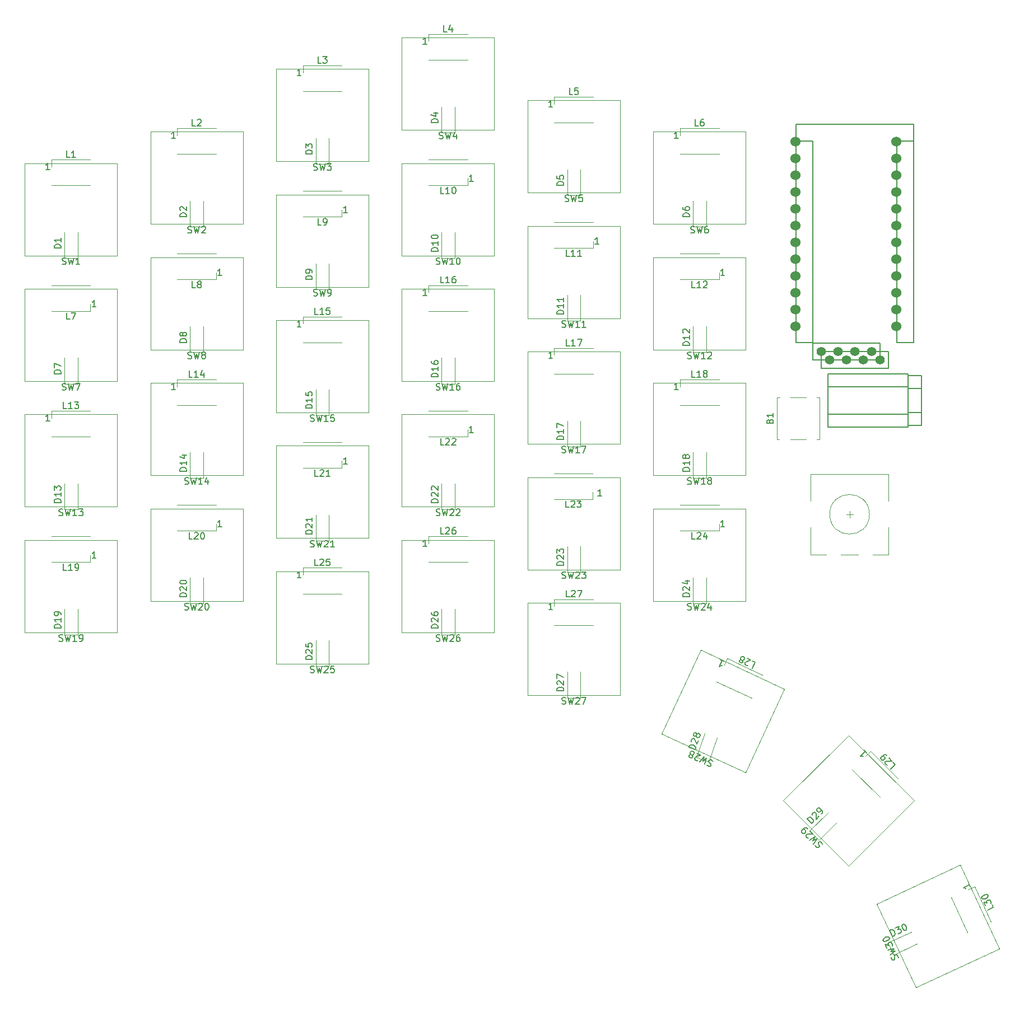
<source format=gbr>
%TF.GenerationSoftware,KiCad,Pcbnew,6.0.5*%
%TF.CreationDate,2022-07-09T20:03:33-05:00*%
%TF.ProjectId,ElevenFingers,456c6576-656e-4466-996e-676572732e6b,rev?*%
%TF.SameCoordinates,Original*%
%TF.FileFunction,Legend,Top*%
%TF.FilePolarity,Positive*%
%FSLAX46Y46*%
G04 Gerber Fmt 4.6, Leading zero omitted, Abs format (unit mm)*
G04 Created by KiCad (PCBNEW 6.0.5) date 2022-07-09 20:03:33*
%MOMM*%
%LPD*%
G01*
G04 APERTURE LIST*
%ADD10C,0.150000*%
%ADD11C,0.120000*%
%ADD12C,1.524000*%
%ADD13C,1.397000*%
G04 APERTURE END LIST*
D10*
%TO.C,*%
%TO.C,SW5*%
X112738512Y-78154812D02*
X112881369Y-78202431D01*
X113119465Y-78202431D01*
X113214703Y-78154812D01*
X113262322Y-78107193D01*
X113309941Y-78011955D01*
X113309941Y-77916717D01*
X113262322Y-77821479D01*
X113214703Y-77773860D01*
X113119465Y-77726241D01*
X112928988Y-77678622D01*
X112833750Y-77631003D01*
X112786131Y-77583384D01*
X112738512Y-77488146D01*
X112738512Y-77392908D01*
X112786131Y-77297670D01*
X112833750Y-77250051D01*
X112928988Y-77202431D01*
X113167084Y-77202431D01*
X113309941Y-77250051D01*
X113643274Y-77202431D02*
X113881369Y-78202431D01*
X114071846Y-77488146D01*
X114262322Y-78202431D01*
X114500417Y-77202431D01*
X115357560Y-77202431D02*
X114881369Y-77202431D01*
X114833750Y-77678622D01*
X114881369Y-77631003D01*
X114976607Y-77583384D01*
X115214703Y-77583384D01*
X115309941Y-77631003D01*
X115357560Y-77678622D01*
X115405179Y-77773860D01*
X115405179Y-78011955D01*
X115357560Y-78107193D01*
X115309941Y-78154812D01*
X115214703Y-78202431D01*
X114976607Y-78202431D01*
X114881369Y-78154812D01*
X114833750Y-78107193D01*
%TO.C,L20*%
X56418988Y-129248431D02*
X55942798Y-129248431D01*
X55942798Y-128248431D01*
X56704703Y-128343670D02*
X56752322Y-128296051D01*
X56847560Y-128248431D01*
X57085655Y-128248431D01*
X57180893Y-128296051D01*
X57228512Y-128343670D01*
X57276131Y-128438908D01*
X57276131Y-128534146D01*
X57228512Y-128677003D01*
X56657084Y-129248431D01*
X57276131Y-129248431D01*
X57895179Y-128248431D02*
X57990417Y-128248431D01*
X58085655Y-128296051D01*
X58133274Y-128343670D01*
X58180893Y-128438908D01*
X58228512Y-128629384D01*
X58228512Y-128867479D01*
X58180893Y-129057955D01*
X58133274Y-129153193D01*
X58085655Y-129200812D01*
X57990417Y-129248431D01*
X57895179Y-129248431D01*
X57799941Y-129200812D01*
X57752322Y-129153193D01*
X57704703Y-129057955D01*
X57657084Y-128867479D01*
X57657084Y-128629384D01*
X57704703Y-128438908D01*
X57752322Y-128343670D01*
X57799941Y-128296051D01*
X57895179Y-128248431D01*
X60847560Y-127373431D02*
X60276131Y-127373431D01*
X60561846Y-127373431D02*
X60561846Y-126373431D01*
X60466607Y-126516289D01*
X60371369Y-126611527D01*
X60276131Y-126659146D01*
%TO.C,SW10*%
X93262322Y-87654812D02*
X93405179Y-87702431D01*
X93643274Y-87702431D01*
X93738512Y-87654812D01*
X93786131Y-87607193D01*
X93833750Y-87511955D01*
X93833750Y-87416717D01*
X93786131Y-87321479D01*
X93738512Y-87273860D01*
X93643274Y-87226241D01*
X93452798Y-87178622D01*
X93357560Y-87131003D01*
X93309941Y-87083384D01*
X93262322Y-86988146D01*
X93262322Y-86892908D01*
X93309941Y-86797670D01*
X93357560Y-86750051D01*
X93452798Y-86702431D01*
X93690893Y-86702431D01*
X93833750Y-86750051D01*
X94167084Y-86702431D02*
X94405179Y-87702431D01*
X94595655Y-86988146D01*
X94786131Y-87702431D01*
X95024226Y-86702431D01*
X95928988Y-87702431D02*
X95357560Y-87702431D01*
X95643274Y-87702431D02*
X95643274Y-86702431D01*
X95548036Y-86845289D01*
X95452798Y-86940527D01*
X95357560Y-86988146D01*
X96548036Y-86702431D02*
X96643274Y-86702431D01*
X96738512Y-86750051D01*
X96786131Y-86797670D01*
X96833750Y-86892908D01*
X96881369Y-87083384D01*
X96881369Y-87321479D01*
X96833750Y-87511955D01*
X96786131Y-87607193D01*
X96738512Y-87654812D01*
X96643274Y-87702431D01*
X96548036Y-87702431D01*
X96452798Y-87654812D01*
X96405179Y-87607193D01*
X96357560Y-87511955D01*
X96309941Y-87321479D01*
X96309941Y-87083384D01*
X96357560Y-86892908D01*
X96405179Y-86797670D01*
X96452798Y-86750051D01*
X96548036Y-86702431D01*
%TO.C,L2*%
X56895179Y-66748431D02*
X56418988Y-66748431D01*
X56418988Y-65748431D01*
X57180893Y-65843670D02*
X57228512Y-65796051D01*
X57323750Y-65748431D01*
X57561846Y-65748431D01*
X57657084Y-65796051D01*
X57704703Y-65843670D01*
X57752322Y-65938908D01*
X57752322Y-66034146D01*
X57704703Y-66177003D01*
X57133274Y-66748431D01*
X57752322Y-66748431D01*
X53847560Y-68623431D02*
X53276131Y-68623431D01*
X53561846Y-68623431D02*
X53561846Y-67623431D01*
X53466607Y-67766289D01*
X53371369Y-67861527D01*
X53276131Y-67909146D01*
%TO.C,D2*%
X55534226Y-80484146D02*
X54534226Y-80484146D01*
X54534226Y-80246051D01*
X54581846Y-80103193D01*
X54677084Y-80007955D01*
X54772322Y-79960336D01*
X54962798Y-79912717D01*
X55105655Y-79912717D01*
X55296131Y-79960336D01*
X55391369Y-80007955D01*
X55486607Y-80103193D01*
X55534226Y-80246051D01*
X55534226Y-80484146D01*
X54629465Y-79531765D02*
X54581846Y-79484146D01*
X54534226Y-79388908D01*
X54534226Y-79150812D01*
X54581846Y-79055574D01*
X54629465Y-79007955D01*
X54724703Y-78960336D01*
X54819941Y-78960336D01*
X54962798Y-79007955D01*
X55534226Y-79579384D01*
X55534226Y-78960336D01*
%TO.C,L19*%
X37418988Y-133998431D02*
X36942798Y-133998431D01*
X36942798Y-132998431D01*
X38276131Y-133998431D02*
X37704703Y-133998431D01*
X37990417Y-133998431D02*
X37990417Y-132998431D01*
X37895179Y-133141289D01*
X37799941Y-133236527D01*
X37704703Y-133284146D01*
X38752322Y-133998431D02*
X38942798Y-133998431D01*
X39038036Y-133950812D01*
X39085655Y-133903193D01*
X39180893Y-133760336D01*
X39228512Y-133569860D01*
X39228512Y-133188908D01*
X39180893Y-133093670D01*
X39133274Y-133046051D01*
X39038036Y-132998431D01*
X38847560Y-132998431D01*
X38752322Y-133046051D01*
X38704703Y-133093670D01*
X38657084Y-133188908D01*
X38657084Y-133427003D01*
X38704703Y-133522241D01*
X38752322Y-133569860D01*
X38847560Y-133617479D01*
X39038036Y-133617479D01*
X39133274Y-133569860D01*
X39180893Y-133522241D01*
X39228512Y-133427003D01*
X41847560Y-132123431D02*
X41276131Y-132123431D01*
X41561846Y-132123431D02*
X41561846Y-131123431D01*
X41466607Y-131266289D01*
X41371369Y-131361527D01*
X41276131Y-131409146D01*
%TO.C,D13*%
X36534226Y-123710336D02*
X35534226Y-123710336D01*
X35534226Y-123472241D01*
X35581846Y-123329384D01*
X35677084Y-123234146D01*
X35772322Y-123186527D01*
X35962798Y-123138908D01*
X36105655Y-123138908D01*
X36296131Y-123186527D01*
X36391369Y-123234146D01*
X36486607Y-123329384D01*
X36534226Y-123472241D01*
X36534226Y-123710336D01*
X36534226Y-122186527D02*
X36534226Y-122757955D01*
X36534226Y-122472241D02*
X35534226Y-122472241D01*
X35677084Y-122567479D01*
X35772322Y-122662717D01*
X35819941Y-122757955D01*
X35534226Y-121853193D02*
X35534226Y-121234146D01*
X35915179Y-121567479D01*
X35915179Y-121424622D01*
X35962798Y-121329384D01*
X36010417Y-121281765D01*
X36105655Y-121234146D01*
X36343750Y-121234146D01*
X36438988Y-121281765D01*
X36486607Y-121329384D01*
X36534226Y-121424622D01*
X36534226Y-121710336D01*
X36486607Y-121805574D01*
X36438988Y-121853193D01*
%TO.C,D26*%
X93534226Y-142710336D02*
X92534226Y-142710336D01*
X92534226Y-142472241D01*
X92581846Y-142329384D01*
X92677084Y-142234146D01*
X92772322Y-142186527D01*
X92962798Y-142138908D01*
X93105655Y-142138908D01*
X93296131Y-142186527D01*
X93391369Y-142234146D01*
X93486607Y-142329384D01*
X93534226Y-142472241D01*
X93534226Y-142710336D01*
X92629465Y-141757955D02*
X92581846Y-141710336D01*
X92534226Y-141615098D01*
X92534226Y-141377003D01*
X92581846Y-141281765D01*
X92629465Y-141234146D01*
X92724703Y-141186527D01*
X92819941Y-141186527D01*
X92962798Y-141234146D01*
X93534226Y-141805574D01*
X93534226Y-141186527D01*
X92534226Y-140329384D02*
X92534226Y-140519860D01*
X92581846Y-140615098D01*
X92629465Y-140662717D01*
X92772322Y-140757955D01*
X92962798Y-140805574D01*
X93343750Y-140805574D01*
X93438988Y-140757955D01*
X93486607Y-140710336D01*
X93534226Y-140615098D01*
X93534226Y-140424622D01*
X93486607Y-140329384D01*
X93438988Y-140281765D01*
X93343750Y-140234146D01*
X93105655Y-140234146D01*
X93010417Y-140281765D01*
X92962798Y-140329384D01*
X92915179Y-140424622D01*
X92915179Y-140615098D01*
X92962798Y-140710336D01*
X93010417Y-140757955D01*
X93105655Y-140805574D01*
%TO.C,D21*%
X74534226Y-128460336D02*
X73534226Y-128460336D01*
X73534226Y-128222241D01*
X73581846Y-128079384D01*
X73677084Y-127984146D01*
X73772322Y-127936527D01*
X73962798Y-127888908D01*
X74105655Y-127888908D01*
X74296131Y-127936527D01*
X74391369Y-127984146D01*
X74486607Y-128079384D01*
X74534226Y-128222241D01*
X74534226Y-128460336D01*
X73629465Y-127507955D02*
X73581846Y-127460336D01*
X73534226Y-127365098D01*
X73534226Y-127127003D01*
X73581846Y-127031765D01*
X73629465Y-126984146D01*
X73724703Y-126936527D01*
X73819941Y-126936527D01*
X73962798Y-126984146D01*
X74534226Y-127555574D01*
X74534226Y-126936527D01*
X74534226Y-125984146D02*
X74534226Y-126555574D01*
X74534226Y-126269860D02*
X73534226Y-126269860D01*
X73677084Y-126365098D01*
X73772322Y-126460336D01*
X73819941Y-126555574D01*
%TO.C,D25*%
X74534226Y-147460336D02*
X73534226Y-147460336D01*
X73534226Y-147222241D01*
X73581846Y-147079384D01*
X73677084Y-146984146D01*
X73772322Y-146936527D01*
X73962798Y-146888908D01*
X74105655Y-146888908D01*
X74296131Y-146936527D01*
X74391369Y-146984146D01*
X74486607Y-147079384D01*
X74534226Y-147222241D01*
X74534226Y-147460336D01*
X73629465Y-146507955D02*
X73581846Y-146460336D01*
X73534226Y-146365098D01*
X73534226Y-146127003D01*
X73581846Y-146031765D01*
X73629465Y-145984146D01*
X73724703Y-145936527D01*
X73819941Y-145936527D01*
X73962798Y-145984146D01*
X74534226Y-146555574D01*
X74534226Y-145936527D01*
X73534226Y-145031765D02*
X73534226Y-145507955D01*
X74010417Y-145555574D01*
X73962798Y-145507955D01*
X73915179Y-145412717D01*
X73915179Y-145174622D01*
X73962798Y-145079384D01*
X74010417Y-145031765D01*
X74105655Y-144984146D01*
X74343750Y-144984146D01*
X74438988Y-145031765D01*
X74486607Y-145079384D01*
X74534226Y-145174622D01*
X74534226Y-145412717D01*
X74486607Y-145507955D01*
X74438988Y-145555574D01*
%TO.C,SW13*%
X36262322Y-125654812D02*
X36405179Y-125702431D01*
X36643274Y-125702431D01*
X36738512Y-125654812D01*
X36786131Y-125607193D01*
X36833750Y-125511955D01*
X36833750Y-125416717D01*
X36786131Y-125321479D01*
X36738512Y-125273860D01*
X36643274Y-125226241D01*
X36452798Y-125178622D01*
X36357560Y-125131003D01*
X36309941Y-125083384D01*
X36262322Y-124988146D01*
X36262322Y-124892908D01*
X36309941Y-124797670D01*
X36357560Y-124750051D01*
X36452798Y-124702431D01*
X36690893Y-124702431D01*
X36833750Y-124750051D01*
X37167084Y-124702431D02*
X37405179Y-125702431D01*
X37595655Y-124988146D01*
X37786131Y-125702431D01*
X38024226Y-124702431D01*
X38928988Y-125702431D02*
X38357560Y-125702431D01*
X38643274Y-125702431D02*
X38643274Y-124702431D01*
X38548036Y-124845289D01*
X38452798Y-124940527D01*
X38357560Y-124988146D01*
X39262322Y-124702431D02*
X39881369Y-124702431D01*
X39548036Y-125083384D01*
X39690893Y-125083384D01*
X39786131Y-125131003D01*
X39833750Y-125178622D01*
X39881369Y-125273860D01*
X39881369Y-125511955D01*
X39833750Y-125607193D01*
X39786131Y-125654812D01*
X39690893Y-125702431D01*
X39405179Y-125702431D01*
X39309941Y-125654812D01*
X39262322Y-125607193D01*
%TO.C,SW7*%
X36738512Y-106654812D02*
X36881369Y-106702431D01*
X37119465Y-106702431D01*
X37214703Y-106654812D01*
X37262322Y-106607193D01*
X37309941Y-106511955D01*
X37309941Y-106416717D01*
X37262322Y-106321479D01*
X37214703Y-106273860D01*
X37119465Y-106226241D01*
X36928988Y-106178622D01*
X36833750Y-106131003D01*
X36786131Y-106083384D01*
X36738512Y-105988146D01*
X36738512Y-105892908D01*
X36786131Y-105797670D01*
X36833750Y-105750051D01*
X36928988Y-105702431D01*
X37167084Y-105702431D01*
X37309941Y-105750051D01*
X37643274Y-105702431D02*
X37881369Y-106702431D01*
X38071846Y-105988146D01*
X38262322Y-106702431D01*
X38500417Y-105702431D01*
X38786131Y-105702431D02*
X39452798Y-105702431D01*
X39024226Y-106702431D01*
%TO.C,L10*%
X94418988Y-76998431D02*
X93942798Y-76998431D01*
X93942798Y-75998431D01*
X95276131Y-76998431D02*
X94704703Y-76998431D01*
X94990417Y-76998431D02*
X94990417Y-75998431D01*
X94895179Y-76141289D01*
X94799941Y-76236527D01*
X94704703Y-76284146D01*
X95895179Y-75998431D02*
X95990417Y-75998431D01*
X96085655Y-76046051D01*
X96133274Y-76093670D01*
X96180893Y-76188908D01*
X96228512Y-76379384D01*
X96228512Y-76617479D01*
X96180893Y-76807955D01*
X96133274Y-76903193D01*
X96085655Y-76950812D01*
X95990417Y-76998431D01*
X95895179Y-76998431D01*
X95799941Y-76950812D01*
X95752322Y-76903193D01*
X95704703Y-76807955D01*
X95657084Y-76617479D01*
X95657084Y-76379384D01*
X95704703Y-76188908D01*
X95752322Y-76093670D01*
X95799941Y-76046051D01*
X95895179Y-75998431D01*
X98847560Y-75123431D02*
X98276131Y-75123431D01*
X98561846Y-75123431D02*
X98561846Y-74123431D01*
X98466607Y-74266289D01*
X98371369Y-74361527D01*
X98276131Y-74409146D01*
%TO.C,L27*%
X113418988Y-137998431D02*
X112942798Y-137998431D01*
X112942798Y-136998431D01*
X113704703Y-137093670D02*
X113752322Y-137046051D01*
X113847560Y-136998431D01*
X114085655Y-136998431D01*
X114180893Y-137046051D01*
X114228512Y-137093670D01*
X114276131Y-137188908D01*
X114276131Y-137284146D01*
X114228512Y-137427003D01*
X113657084Y-137998431D01*
X114276131Y-137998431D01*
X114609465Y-136998431D02*
X115276131Y-136998431D01*
X114847560Y-137998431D01*
X110847560Y-139873431D02*
X110276131Y-139873431D01*
X110561846Y-139873431D02*
X110561846Y-138873431D01*
X110466607Y-139016289D01*
X110371369Y-139111527D01*
X110276131Y-139159146D01*
%TO.C,SW26*%
X93262322Y-144654812D02*
X93405179Y-144702431D01*
X93643274Y-144702431D01*
X93738512Y-144654812D01*
X93786131Y-144607193D01*
X93833750Y-144511955D01*
X93833750Y-144416717D01*
X93786131Y-144321479D01*
X93738512Y-144273860D01*
X93643274Y-144226241D01*
X93452798Y-144178622D01*
X93357560Y-144131003D01*
X93309941Y-144083384D01*
X93262322Y-143988146D01*
X93262322Y-143892908D01*
X93309941Y-143797670D01*
X93357560Y-143750051D01*
X93452798Y-143702431D01*
X93690893Y-143702431D01*
X93833750Y-143750051D01*
X94167084Y-143702431D02*
X94405179Y-144702431D01*
X94595655Y-143988146D01*
X94786131Y-144702431D01*
X95024226Y-143702431D01*
X95357560Y-143797670D02*
X95405179Y-143750051D01*
X95500417Y-143702431D01*
X95738512Y-143702431D01*
X95833750Y-143750051D01*
X95881369Y-143797670D01*
X95928988Y-143892908D01*
X95928988Y-143988146D01*
X95881369Y-144131003D01*
X95309941Y-144702431D01*
X95928988Y-144702431D01*
X96786131Y-143702431D02*
X96595655Y-143702431D01*
X96500417Y-143750051D01*
X96452798Y-143797670D01*
X96357560Y-143940527D01*
X96309941Y-144131003D01*
X96309941Y-144511955D01*
X96357560Y-144607193D01*
X96405179Y-144654812D01*
X96500417Y-144702431D01*
X96690893Y-144702431D01*
X96786131Y-144654812D01*
X96833750Y-144607193D01*
X96881369Y-144511955D01*
X96881369Y-144273860D01*
X96833750Y-144178622D01*
X96786131Y-144131003D01*
X96690893Y-144083384D01*
X96500417Y-144083384D01*
X96405179Y-144131003D01*
X96357560Y-144178622D01*
X96309941Y-144273860D01*
%TO.C,SW18*%
X131262322Y-120904812D02*
X131405179Y-120952431D01*
X131643274Y-120952431D01*
X131738512Y-120904812D01*
X131786131Y-120857193D01*
X131833750Y-120761955D01*
X131833750Y-120666717D01*
X131786131Y-120571479D01*
X131738512Y-120523860D01*
X131643274Y-120476241D01*
X131452798Y-120428622D01*
X131357560Y-120381003D01*
X131309941Y-120333384D01*
X131262322Y-120238146D01*
X131262322Y-120142908D01*
X131309941Y-120047670D01*
X131357560Y-120000051D01*
X131452798Y-119952431D01*
X131690893Y-119952431D01*
X131833750Y-120000051D01*
X132167084Y-119952431D02*
X132405179Y-120952431D01*
X132595655Y-120238146D01*
X132786131Y-120952431D01*
X133024226Y-119952431D01*
X133928988Y-120952431D02*
X133357560Y-120952431D01*
X133643274Y-120952431D02*
X133643274Y-119952431D01*
X133548036Y-120095289D01*
X133452798Y-120190527D01*
X133357560Y-120238146D01*
X134500417Y-120381003D02*
X134405179Y-120333384D01*
X134357560Y-120285765D01*
X134309941Y-120190527D01*
X134309941Y-120142908D01*
X134357560Y-120047670D01*
X134405179Y-120000051D01*
X134500417Y-119952431D01*
X134690893Y-119952431D01*
X134786131Y-120000051D01*
X134833750Y-120047670D01*
X134881369Y-120142908D01*
X134881369Y-120190527D01*
X134833750Y-120285765D01*
X134786131Y-120333384D01*
X134690893Y-120381003D01*
X134500417Y-120381003D01*
X134405179Y-120428622D01*
X134357560Y-120476241D01*
X134309941Y-120571479D01*
X134309941Y-120761955D01*
X134357560Y-120857193D01*
X134405179Y-120904812D01*
X134500417Y-120952431D01*
X134690893Y-120952431D01*
X134786131Y-120904812D01*
X134833750Y-120857193D01*
X134881369Y-120761955D01*
X134881369Y-120571479D01*
X134833750Y-120476241D01*
X134786131Y-120428622D01*
X134690893Y-120381003D01*
%TO.C,L5*%
X113895179Y-61998431D02*
X113418988Y-61998431D01*
X113418988Y-60998431D01*
X114704703Y-60998431D02*
X114228512Y-60998431D01*
X114180893Y-61474622D01*
X114228512Y-61427003D01*
X114323750Y-61379384D01*
X114561846Y-61379384D01*
X114657084Y-61427003D01*
X114704703Y-61474622D01*
X114752322Y-61569860D01*
X114752322Y-61807955D01*
X114704703Y-61903193D01*
X114657084Y-61950812D01*
X114561846Y-61998431D01*
X114323750Y-61998431D01*
X114228512Y-61950812D01*
X114180893Y-61903193D01*
X110847560Y-63873431D02*
X110276131Y-63873431D01*
X110561846Y-63873431D02*
X110561846Y-62873431D01*
X110466607Y-63016289D01*
X110371369Y-63111527D01*
X110276131Y-63159146D01*
%TO.C,L16*%
X94418988Y-90498431D02*
X93942798Y-90498431D01*
X93942798Y-89498431D01*
X95276131Y-90498431D02*
X94704703Y-90498431D01*
X94990417Y-90498431D02*
X94990417Y-89498431D01*
X94895179Y-89641289D01*
X94799941Y-89736527D01*
X94704703Y-89784146D01*
X96133274Y-89498431D02*
X95942798Y-89498431D01*
X95847560Y-89546051D01*
X95799941Y-89593670D01*
X95704703Y-89736527D01*
X95657084Y-89927003D01*
X95657084Y-90307955D01*
X95704703Y-90403193D01*
X95752322Y-90450812D01*
X95847560Y-90498431D01*
X96038036Y-90498431D01*
X96133274Y-90450812D01*
X96180893Y-90403193D01*
X96228512Y-90307955D01*
X96228512Y-90069860D01*
X96180893Y-89974622D01*
X96133274Y-89927003D01*
X96038036Y-89879384D01*
X95847560Y-89879384D01*
X95752322Y-89927003D01*
X95704703Y-89974622D01*
X95657084Y-90069860D01*
X91847560Y-92373431D02*
X91276131Y-92373431D01*
X91561846Y-92373431D02*
X91561846Y-91373431D01*
X91466607Y-91516289D01*
X91371369Y-91611527D01*
X91276131Y-91659146D01*
%TO.C,SW21*%
X74262322Y-130404812D02*
X74405179Y-130452431D01*
X74643274Y-130452431D01*
X74738512Y-130404812D01*
X74786131Y-130357193D01*
X74833750Y-130261955D01*
X74833750Y-130166717D01*
X74786131Y-130071479D01*
X74738512Y-130023860D01*
X74643274Y-129976241D01*
X74452798Y-129928622D01*
X74357560Y-129881003D01*
X74309941Y-129833384D01*
X74262322Y-129738146D01*
X74262322Y-129642908D01*
X74309941Y-129547670D01*
X74357560Y-129500051D01*
X74452798Y-129452431D01*
X74690893Y-129452431D01*
X74833750Y-129500051D01*
X75167084Y-129452431D02*
X75405179Y-130452431D01*
X75595655Y-129738146D01*
X75786131Y-130452431D01*
X76024226Y-129452431D01*
X76357560Y-129547670D02*
X76405179Y-129500051D01*
X76500417Y-129452431D01*
X76738512Y-129452431D01*
X76833750Y-129500051D01*
X76881369Y-129547670D01*
X76928988Y-129642908D01*
X76928988Y-129738146D01*
X76881369Y-129881003D01*
X76309941Y-130452431D01*
X76928988Y-130452431D01*
X77881369Y-130452431D02*
X77309941Y-130452431D01*
X77595655Y-130452431D02*
X77595655Y-129452431D01*
X77500417Y-129595289D01*
X77405179Y-129690527D01*
X77309941Y-129738146D01*
%TO.C,L30*%
X177285871Y-184525292D02*
X177487118Y-184956868D01*
X176580810Y-185379486D01*
X176278940Y-184732123D02*
X176017319Y-184171075D01*
X176503452Y-184312181D01*
X176443078Y-184182708D01*
X176445986Y-184076268D01*
X176469019Y-184012986D01*
X176535209Y-183929579D01*
X176750997Y-183828956D01*
X176857436Y-183831864D01*
X176920719Y-183854897D01*
X177004126Y-183921087D01*
X177124874Y-184180032D01*
X177121965Y-184286472D01*
X177098933Y-184349754D01*
X175755698Y-183610028D02*
X175715449Y-183523713D01*
X175718357Y-183417273D01*
X175741390Y-183353991D01*
X175807580Y-183270584D01*
X175960086Y-183146928D01*
X176175873Y-183046304D01*
X176368628Y-183008963D01*
X176475068Y-183011871D01*
X176538350Y-183034904D01*
X176621757Y-183101095D01*
X176662006Y-183187410D01*
X176659098Y-183293849D01*
X176636065Y-183357131D01*
X176569875Y-183440538D01*
X176417369Y-183564195D01*
X176201582Y-183664818D01*
X176008827Y-183702159D01*
X175902387Y-183699251D01*
X175839105Y-183676218D01*
X175755698Y-183610028D01*
X173714949Y-181304053D02*
X173956445Y-181821943D01*
X173835697Y-181562998D02*
X172929389Y-181985616D01*
X173099111Y-182011557D01*
X173225675Y-182057623D01*
X173309082Y-182123813D01*
%TO.C,L12*%
X132418988Y-91248431D02*
X131942798Y-91248431D01*
X131942798Y-90248431D01*
X133276131Y-91248431D02*
X132704703Y-91248431D01*
X132990417Y-91248431D02*
X132990417Y-90248431D01*
X132895179Y-90391289D01*
X132799941Y-90486527D01*
X132704703Y-90534146D01*
X133657084Y-90343670D02*
X133704703Y-90296051D01*
X133799941Y-90248431D01*
X134038036Y-90248431D01*
X134133274Y-90296051D01*
X134180893Y-90343670D01*
X134228512Y-90438908D01*
X134228512Y-90534146D01*
X134180893Y-90677003D01*
X133609465Y-91248431D01*
X134228512Y-91248431D01*
X136847560Y-89373431D02*
X136276131Y-89373431D01*
X136561846Y-89373431D02*
X136561846Y-88373431D01*
X136466607Y-88516289D01*
X136371369Y-88611527D01*
X136276131Y-88659146D01*
%TO.C,SW22*%
X93262322Y-125654812D02*
X93405179Y-125702431D01*
X93643274Y-125702431D01*
X93738512Y-125654812D01*
X93786131Y-125607193D01*
X93833750Y-125511955D01*
X93833750Y-125416717D01*
X93786131Y-125321479D01*
X93738512Y-125273860D01*
X93643274Y-125226241D01*
X93452798Y-125178622D01*
X93357560Y-125131003D01*
X93309941Y-125083384D01*
X93262322Y-124988146D01*
X93262322Y-124892908D01*
X93309941Y-124797670D01*
X93357560Y-124750051D01*
X93452798Y-124702431D01*
X93690893Y-124702431D01*
X93833750Y-124750051D01*
X94167084Y-124702431D02*
X94405179Y-125702431D01*
X94595655Y-124988146D01*
X94786131Y-125702431D01*
X95024226Y-124702431D01*
X95357560Y-124797670D02*
X95405179Y-124750051D01*
X95500417Y-124702431D01*
X95738512Y-124702431D01*
X95833750Y-124750051D01*
X95881369Y-124797670D01*
X95928988Y-124892908D01*
X95928988Y-124988146D01*
X95881369Y-125131003D01*
X95309941Y-125702431D01*
X95928988Y-125702431D01*
X96309941Y-124797670D02*
X96357560Y-124750051D01*
X96452798Y-124702431D01*
X96690893Y-124702431D01*
X96786131Y-124750051D01*
X96833750Y-124797670D01*
X96881369Y-124892908D01*
X96881369Y-124988146D01*
X96833750Y-125131003D01*
X96262322Y-125702431D01*
X96881369Y-125702431D01*
%TO.C,SW17*%
X112262322Y-116154812D02*
X112405179Y-116202431D01*
X112643274Y-116202431D01*
X112738512Y-116154812D01*
X112786131Y-116107193D01*
X112833750Y-116011955D01*
X112833750Y-115916717D01*
X112786131Y-115821479D01*
X112738512Y-115773860D01*
X112643274Y-115726241D01*
X112452798Y-115678622D01*
X112357560Y-115631003D01*
X112309941Y-115583384D01*
X112262322Y-115488146D01*
X112262322Y-115392908D01*
X112309941Y-115297670D01*
X112357560Y-115250051D01*
X112452798Y-115202431D01*
X112690893Y-115202431D01*
X112833750Y-115250051D01*
X113167084Y-115202431D02*
X113405179Y-116202431D01*
X113595655Y-115488146D01*
X113786131Y-116202431D01*
X114024226Y-115202431D01*
X114928988Y-116202431D02*
X114357560Y-116202431D01*
X114643274Y-116202431D02*
X114643274Y-115202431D01*
X114548036Y-115345289D01*
X114452798Y-115440527D01*
X114357560Y-115488146D01*
X115262322Y-115202431D02*
X115928988Y-115202431D01*
X115500417Y-116202431D01*
%TO.C,L15*%
X75418988Y-95248431D02*
X74942798Y-95248431D01*
X74942798Y-94248431D01*
X76276131Y-95248431D02*
X75704703Y-95248431D01*
X75990417Y-95248431D02*
X75990417Y-94248431D01*
X75895179Y-94391289D01*
X75799941Y-94486527D01*
X75704703Y-94534146D01*
X77180893Y-94248431D02*
X76704703Y-94248431D01*
X76657084Y-94724622D01*
X76704703Y-94677003D01*
X76799941Y-94629384D01*
X77038036Y-94629384D01*
X77133274Y-94677003D01*
X77180893Y-94724622D01*
X77228512Y-94819860D01*
X77228512Y-95057955D01*
X77180893Y-95153193D01*
X77133274Y-95200812D01*
X77038036Y-95248431D01*
X76799941Y-95248431D01*
X76704703Y-95200812D01*
X76657084Y-95153193D01*
X72847560Y-97123431D02*
X72276131Y-97123431D01*
X72561846Y-97123431D02*
X72561846Y-96123431D01*
X72466607Y-96266289D01*
X72371369Y-96361527D01*
X72276131Y-96409146D01*
%TO.C,L13*%
X37418988Y-109498431D02*
X36942798Y-109498431D01*
X36942798Y-108498431D01*
X38276131Y-109498431D02*
X37704703Y-109498431D01*
X37990417Y-109498431D02*
X37990417Y-108498431D01*
X37895179Y-108641289D01*
X37799941Y-108736527D01*
X37704703Y-108784146D01*
X38609465Y-108498431D02*
X39228512Y-108498431D01*
X38895179Y-108879384D01*
X39038036Y-108879384D01*
X39133274Y-108927003D01*
X39180893Y-108974622D01*
X39228512Y-109069860D01*
X39228512Y-109307955D01*
X39180893Y-109403193D01*
X39133274Y-109450812D01*
X39038036Y-109498431D01*
X38752322Y-109498431D01*
X38657084Y-109450812D01*
X38609465Y-109403193D01*
X34847560Y-111373431D02*
X34276131Y-111373431D01*
X34561846Y-111373431D02*
X34561846Y-110373431D01*
X34466607Y-110516289D01*
X34371369Y-110611527D01*
X34276131Y-110659146D01*
%TO.C,D12*%
X131534226Y-99960336D02*
X130534226Y-99960336D01*
X130534226Y-99722241D01*
X130581846Y-99579384D01*
X130677084Y-99484146D01*
X130772322Y-99436527D01*
X130962798Y-99388908D01*
X131105655Y-99388908D01*
X131296131Y-99436527D01*
X131391369Y-99484146D01*
X131486607Y-99579384D01*
X131534226Y-99722241D01*
X131534226Y-99960336D01*
X131534226Y-98436527D02*
X131534226Y-99007955D01*
X131534226Y-98722241D02*
X130534226Y-98722241D01*
X130677084Y-98817479D01*
X130772322Y-98912717D01*
X130819941Y-99007955D01*
X130629465Y-98055574D02*
X130581846Y-98007955D01*
X130534226Y-97912717D01*
X130534226Y-97674622D01*
X130581846Y-97579384D01*
X130629465Y-97531765D01*
X130724703Y-97484146D01*
X130819941Y-97484146D01*
X130962798Y-97531765D01*
X131534226Y-98103193D01*
X131534226Y-97484146D01*
%TO.C,L18*%
X132418988Y-104748431D02*
X131942798Y-104748431D01*
X131942798Y-103748431D01*
X133276131Y-104748431D02*
X132704703Y-104748431D01*
X132990417Y-104748431D02*
X132990417Y-103748431D01*
X132895179Y-103891289D01*
X132799941Y-103986527D01*
X132704703Y-104034146D01*
X133847560Y-104177003D02*
X133752322Y-104129384D01*
X133704703Y-104081765D01*
X133657084Y-103986527D01*
X133657084Y-103938908D01*
X133704703Y-103843670D01*
X133752322Y-103796051D01*
X133847560Y-103748431D01*
X134038036Y-103748431D01*
X134133274Y-103796051D01*
X134180893Y-103843670D01*
X134228512Y-103938908D01*
X134228512Y-103986527D01*
X134180893Y-104081765D01*
X134133274Y-104129384D01*
X134038036Y-104177003D01*
X133847560Y-104177003D01*
X133752322Y-104224622D01*
X133704703Y-104272241D01*
X133657084Y-104367479D01*
X133657084Y-104557955D01*
X133704703Y-104653193D01*
X133752322Y-104700812D01*
X133847560Y-104748431D01*
X134038036Y-104748431D01*
X134133274Y-104700812D01*
X134180893Y-104653193D01*
X134228512Y-104557955D01*
X134228512Y-104367479D01*
X134180893Y-104272241D01*
X134133274Y-104224622D01*
X134038036Y-104177003D01*
X129847560Y-106623431D02*
X129276131Y-106623431D01*
X129561846Y-106623431D02*
X129561846Y-105623431D01*
X129466607Y-105766289D01*
X129371369Y-105861527D01*
X129276131Y-105909146D01*
%TO.C,SW8*%
X55738512Y-101904812D02*
X55881369Y-101952431D01*
X56119465Y-101952431D01*
X56214703Y-101904812D01*
X56262322Y-101857193D01*
X56309941Y-101761955D01*
X56309941Y-101666717D01*
X56262322Y-101571479D01*
X56214703Y-101523860D01*
X56119465Y-101476241D01*
X55928988Y-101428622D01*
X55833750Y-101381003D01*
X55786131Y-101333384D01*
X55738512Y-101238146D01*
X55738512Y-101142908D01*
X55786131Y-101047670D01*
X55833750Y-101000051D01*
X55928988Y-100952431D01*
X56167084Y-100952431D01*
X56309941Y-101000051D01*
X56643274Y-100952431D02*
X56881369Y-101952431D01*
X57071846Y-101238146D01*
X57262322Y-101952431D01*
X57500417Y-100952431D01*
X58024226Y-101381003D02*
X57928988Y-101333384D01*
X57881369Y-101285765D01*
X57833750Y-101190527D01*
X57833750Y-101142908D01*
X57881369Y-101047670D01*
X57928988Y-101000051D01*
X58024226Y-100952431D01*
X58214703Y-100952431D01*
X58309941Y-101000051D01*
X58357560Y-101047670D01*
X58405179Y-101142908D01*
X58405179Y-101190527D01*
X58357560Y-101285765D01*
X58309941Y-101333384D01*
X58214703Y-101381003D01*
X58024226Y-101381003D01*
X57928988Y-101428622D01*
X57881369Y-101476241D01*
X57833750Y-101571479D01*
X57833750Y-101761955D01*
X57881369Y-101857193D01*
X57928988Y-101904812D01*
X58024226Y-101952431D01*
X58214703Y-101952431D01*
X58309941Y-101904812D01*
X58357560Y-101857193D01*
X58405179Y-101761955D01*
X58405179Y-101571479D01*
X58357560Y-101476241D01*
X58309941Y-101428622D01*
X58214703Y-101381003D01*
%TO.C,L21*%
X75418988Y-119748431D02*
X74942798Y-119748431D01*
X74942798Y-118748431D01*
X75704703Y-118843670D02*
X75752322Y-118796051D01*
X75847560Y-118748431D01*
X76085655Y-118748431D01*
X76180893Y-118796051D01*
X76228512Y-118843670D01*
X76276131Y-118938908D01*
X76276131Y-119034146D01*
X76228512Y-119177003D01*
X75657084Y-119748431D01*
X76276131Y-119748431D01*
X77228512Y-119748431D02*
X76657084Y-119748431D01*
X76942798Y-119748431D02*
X76942798Y-118748431D01*
X76847560Y-118891289D01*
X76752322Y-118986527D01*
X76657084Y-119034146D01*
X79847560Y-117873431D02*
X79276131Y-117873431D01*
X79561846Y-117873431D02*
X79561846Y-116873431D01*
X79466607Y-117016289D01*
X79371369Y-117111527D01*
X79276131Y-117159146D01*
%TO.C,SW6*%
X131738512Y-82904812D02*
X131881369Y-82952431D01*
X132119465Y-82952431D01*
X132214703Y-82904812D01*
X132262322Y-82857193D01*
X132309941Y-82761955D01*
X132309941Y-82666717D01*
X132262322Y-82571479D01*
X132214703Y-82523860D01*
X132119465Y-82476241D01*
X131928988Y-82428622D01*
X131833750Y-82381003D01*
X131786131Y-82333384D01*
X131738512Y-82238146D01*
X131738512Y-82142908D01*
X131786131Y-82047670D01*
X131833750Y-82000051D01*
X131928988Y-81952431D01*
X132167084Y-81952431D01*
X132309941Y-82000051D01*
X132643274Y-81952431D02*
X132881369Y-82952431D01*
X133071846Y-82238146D01*
X133262322Y-82952431D01*
X133500417Y-81952431D01*
X134309941Y-81952431D02*
X134119465Y-81952431D01*
X134024226Y-82000051D01*
X133976607Y-82047670D01*
X133881369Y-82190527D01*
X133833750Y-82381003D01*
X133833750Y-82761955D01*
X133881369Y-82857193D01*
X133928988Y-82904812D01*
X134024226Y-82952431D01*
X134214703Y-82952431D01*
X134309941Y-82904812D01*
X134357560Y-82857193D01*
X134405179Y-82761955D01*
X134405179Y-82523860D01*
X134357560Y-82428622D01*
X134309941Y-82381003D01*
X134214703Y-82333384D01*
X134024226Y-82333384D01*
X133928988Y-82381003D01*
X133881369Y-82428622D01*
X133833750Y-82523860D01*
%TO.C,SW14*%
X55262322Y-120904812D02*
X55405179Y-120952431D01*
X55643274Y-120952431D01*
X55738512Y-120904812D01*
X55786131Y-120857193D01*
X55833750Y-120761955D01*
X55833750Y-120666717D01*
X55786131Y-120571479D01*
X55738512Y-120523860D01*
X55643274Y-120476241D01*
X55452798Y-120428622D01*
X55357560Y-120381003D01*
X55309941Y-120333384D01*
X55262322Y-120238146D01*
X55262322Y-120142908D01*
X55309941Y-120047670D01*
X55357560Y-120000051D01*
X55452798Y-119952431D01*
X55690893Y-119952431D01*
X55833750Y-120000051D01*
X56167084Y-119952431D02*
X56405179Y-120952431D01*
X56595655Y-120238146D01*
X56786131Y-120952431D01*
X57024226Y-119952431D01*
X57928988Y-120952431D02*
X57357560Y-120952431D01*
X57643274Y-120952431D02*
X57643274Y-119952431D01*
X57548036Y-120095289D01*
X57452798Y-120190527D01*
X57357560Y-120238146D01*
X58786131Y-120285765D02*
X58786131Y-120952431D01*
X58548036Y-119904812D02*
X58309941Y-120619098D01*
X58928988Y-120619098D01*
%TO.C,D27*%
X112534226Y-152210336D02*
X111534226Y-152210336D01*
X111534226Y-151972241D01*
X111581846Y-151829384D01*
X111677084Y-151734146D01*
X111772322Y-151686527D01*
X111962798Y-151638908D01*
X112105655Y-151638908D01*
X112296131Y-151686527D01*
X112391369Y-151734146D01*
X112486607Y-151829384D01*
X112534226Y-151972241D01*
X112534226Y-152210336D01*
X111629465Y-151257955D02*
X111581846Y-151210336D01*
X111534226Y-151115098D01*
X111534226Y-150877003D01*
X111581846Y-150781765D01*
X111629465Y-150734146D01*
X111724703Y-150686527D01*
X111819941Y-150686527D01*
X111962798Y-150734146D01*
X112534226Y-151305574D01*
X112534226Y-150686527D01*
X111534226Y-150353193D02*
X111534226Y-149686527D01*
X112534226Y-150115098D01*
%TO.C,D17*%
X112534226Y-114210336D02*
X111534226Y-114210336D01*
X111534226Y-113972241D01*
X111581846Y-113829384D01*
X111677084Y-113734146D01*
X111772322Y-113686527D01*
X111962798Y-113638908D01*
X112105655Y-113638908D01*
X112296131Y-113686527D01*
X112391369Y-113734146D01*
X112486607Y-113829384D01*
X112534226Y-113972241D01*
X112534226Y-114210336D01*
X112534226Y-112686527D02*
X112534226Y-113257955D01*
X112534226Y-112972241D02*
X111534226Y-112972241D01*
X111677084Y-113067479D01*
X111772322Y-113162717D01*
X111819941Y-113257955D01*
X111534226Y-112353193D02*
X111534226Y-111686527D01*
X112534226Y-112115098D01*
%TO.C,L26*%
X94418988Y-128498431D02*
X93942798Y-128498431D01*
X93942798Y-127498431D01*
X94704703Y-127593670D02*
X94752322Y-127546051D01*
X94847560Y-127498431D01*
X95085655Y-127498431D01*
X95180893Y-127546051D01*
X95228512Y-127593670D01*
X95276131Y-127688908D01*
X95276131Y-127784146D01*
X95228512Y-127927003D01*
X94657084Y-128498431D01*
X95276131Y-128498431D01*
X96133274Y-127498431D02*
X95942798Y-127498431D01*
X95847560Y-127546051D01*
X95799941Y-127593670D01*
X95704703Y-127736527D01*
X95657084Y-127927003D01*
X95657084Y-128307955D01*
X95704703Y-128403193D01*
X95752322Y-128450812D01*
X95847560Y-128498431D01*
X96038036Y-128498431D01*
X96133274Y-128450812D01*
X96180893Y-128403193D01*
X96228512Y-128307955D01*
X96228512Y-128069860D01*
X96180893Y-127974622D01*
X96133274Y-127927003D01*
X96038036Y-127879384D01*
X95847560Y-127879384D01*
X95752322Y-127927003D01*
X95704703Y-127974622D01*
X95657084Y-128069860D01*
X91847560Y-130373431D02*
X91276131Y-130373431D01*
X91561846Y-130373431D02*
X91561846Y-129373431D01*
X91466607Y-129516289D01*
X91371369Y-129611527D01*
X91276131Y-129659146D01*
%TO.C,SW9*%
X74738512Y-92404812D02*
X74881369Y-92452431D01*
X75119465Y-92452431D01*
X75214703Y-92404812D01*
X75262322Y-92357193D01*
X75309941Y-92261955D01*
X75309941Y-92166717D01*
X75262322Y-92071479D01*
X75214703Y-92023860D01*
X75119465Y-91976241D01*
X74928988Y-91928622D01*
X74833750Y-91881003D01*
X74786131Y-91833384D01*
X74738512Y-91738146D01*
X74738512Y-91642908D01*
X74786131Y-91547670D01*
X74833750Y-91500051D01*
X74928988Y-91452431D01*
X75167084Y-91452431D01*
X75309941Y-91500051D01*
X75643274Y-91452431D02*
X75881369Y-92452431D01*
X76071846Y-91738146D01*
X76262322Y-92452431D01*
X76500417Y-91452431D01*
X76928988Y-92452431D02*
X77119465Y-92452431D01*
X77214703Y-92404812D01*
X77262322Y-92357193D01*
X77357560Y-92214336D01*
X77405179Y-92023860D01*
X77405179Y-91642908D01*
X77357560Y-91547670D01*
X77309941Y-91500051D01*
X77214703Y-91452431D01*
X77024226Y-91452431D01*
X76928988Y-91500051D01*
X76881369Y-91547670D01*
X76833750Y-91642908D01*
X76833750Y-91881003D01*
X76881369Y-91976241D01*
X76928988Y-92023860D01*
X77024226Y-92071479D01*
X77214703Y-92071479D01*
X77309941Y-92023860D01*
X77357560Y-91976241D01*
X77405179Y-91881003D01*
%TO.C,SW4*%
X93738512Y-68654812D02*
X93881369Y-68702431D01*
X94119465Y-68702431D01*
X94214703Y-68654812D01*
X94262322Y-68607193D01*
X94309941Y-68511955D01*
X94309941Y-68416717D01*
X94262322Y-68321479D01*
X94214703Y-68273860D01*
X94119465Y-68226241D01*
X93928988Y-68178622D01*
X93833750Y-68131003D01*
X93786131Y-68083384D01*
X93738512Y-67988146D01*
X93738512Y-67892908D01*
X93786131Y-67797670D01*
X93833750Y-67750051D01*
X93928988Y-67702431D01*
X94167084Y-67702431D01*
X94309941Y-67750051D01*
X94643274Y-67702431D02*
X94881369Y-68702431D01*
X95071846Y-67988146D01*
X95262322Y-68702431D01*
X95500417Y-67702431D01*
X96309941Y-68035765D02*
X96309941Y-68702431D01*
X96071846Y-67654812D02*
X95833750Y-68369098D01*
X96452798Y-68369098D01*
%TO.C,B1*%
X143688571Y-111404761D02*
X143736190Y-111261904D01*
X143783809Y-111214285D01*
X143879047Y-111166666D01*
X144021904Y-111166666D01*
X144117142Y-111214285D01*
X144164761Y-111261904D01*
X144212380Y-111357142D01*
X144212380Y-111738095D01*
X143212380Y-111738095D01*
X143212380Y-111404761D01*
X143260000Y-111309523D01*
X143307619Y-111261904D01*
X143402857Y-111214285D01*
X143498095Y-111214285D01*
X143593333Y-111261904D01*
X143640952Y-111309523D01*
X143688571Y-111404761D01*
X143688571Y-111738095D01*
X144212380Y-110214285D02*
X144212380Y-110785714D01*
X144212380Y-110500000D02*
X143212380Y-110500000D01*
X143355238Y-110595238D01*
X143450476Y-110690476D01*
X143498095Y-110785714D01*
%TO.C,D5*%
X112534226Y-75734146D02*
X111534226Y-75734146D01*
X111534226Y-75496051D01*
X111581846Y-75353193D01*
X111677084Y-75257955D01*
X111772322Y-75210336D01*
X111962798Y-75162717D01*
X112105655Y-75162717D01*
X112296131Y-75210336D01*
X112391369Y-75257955D01*
X112486607Y-75353193D01*
X112534226Y-75496051D01*
X112534226Y-75734146D01*
X111534226Y-74257955D02*
X111534226Y-74734146D01*
X112010417Y-74781765D01*
X111962798Y-74734146D01*
X111915179Y-74638908D01*
X111915179Y-74400812D01*
X111962798Y-74305574D01*
X112010417Y-74257955D01*
X112105655Y-74210336D01*
X112343750Y-74210336D01*
X112438988Y-74257955D01*
X112486607Y-74305574D01*
X112534226Y-74400812D01*
X112534226Y-74638908D01*
X112486607Y-74734146D01*
X112438988Y-74781765D01*
%TO.C,L24*%
X132418988Y-129248431D02*
X131942798Y-129248431D01*
X131942798Y-128248431D01*
X132704703Y-128343670D02*
X132752322Y-128296051D01*
X132847560Y-128248431D01*
X133085655Y-128248431D01*
X133180893Y-128296051D01*
X133228512Y-128343670D01*
X133276131Y-128438908D01*
X133276131Y-128534146D01*
X133228512Y-128677003D01*
X132657084Y-129248431D01*
X133276131Y-129248431D01*
X134133274Y-128581765D02*
X134133274Y-129248431D01*
X133895179Y-128200812D02*
X133657084Y-128915098D01*
X134276131Y-128915098D01*
X136847560Y-127373431D02*
X136276131Y-127373431D01*
X136561846Y-127373431D02*
X136561846Y-126373431D01*
X136466607Y-126516289D01*
X136371369Y-126611527D01*
X136276131Y-126659146D01*
%TO.C,D22*%
X93534226Y-123710336D02*
X92534226Y-123710336D01*
X92534226Y-123472241D01*
X92581846Y-123329384D01*
X92677084Y-123234146D01*
X92772322Y-123186527D01*
X92962798Y-123138908D01*
X93105655Y-123138908D01*
X93296131Y-123186527D01*
X93391369Y-123234146D01*
X93486607Y-123329384D01*
X93534226Y-123472241D01*
X93534226Y-123710336D01*
X92629465Y-122757955D02*
X92581846Y-122710336D01*
X92534226Y-122615098D01*
X92534226Y-122377003D01*
X92581846Y-122281765D01*
X92629465Y-122234146D01*
X92724703Y-122186527D01*
X92819941Y-122186527D01*
X92962798Y-122234146D01*
X93534226Y-122805574D01*
X93534226Y-122186527D01*
X92629465Y-121805574D02*
X92581846Y-121757955D01*
X92534226Y-121662717D01*
X92534226Y-121424622D01*
X92581846Y-121329384D01*
X92629465Y-121281765D01*
X92724703Y-121234146D01*
X92819941Y-121234146D01*
X92962798Y-121281765D01*
X93534226Y-121853193D01*
X93534226Y-121234146D01*
%TO.C,L14*%
X56418988Y-104748431D02*
X55942798Y-104748431D01*
X55942798Y-103748431D01*
X57276131Y-104748431D02*
X56704703Y-104748431D01*
X56990417Y-104748431D02*
X56990417Y-103748431D01*
X56895179Y-103891289D01*
X56799941Y-103986527D01*
X56704703Y-104034146D01*
X58133274Y-104081765D02*
X58133274Y-104748431D01*
X57895179Y-103700812D02*
X57657084Y-104415098D01*
X58276131Y-104415098D01*
X53847560Y-106623431D02*
X53276131Y-106623431D01*
X53561846Y-106623431D02*
X53561846Y-105623431D01*
X53466607Y-105766289D01*
X53371369Y-105861527D01*
X53276131Y-105909146D01*
%TO.C,SW2*%
X55738512Y-82904812D02*
X55881369Y-82952431D01*
X56119465Y-82952431D01*
X56214703Y-82904812D01*
X56262322Y-82857193D01*
X56309941Y-82761955D01*
X56309941Y-82666717D01*
X56262322Y-82571479D01*
X56214703Y-82523860D01*
X56119465Y-82476241D01*
X55928988Y-82428622D01*
X55833750Y-82381003D01*
X55786131Y-82333384D01*
X55738512Y-82238146D01*
X55738512Y-82142908D01*
X55786131Y-82047670D01*
X55833750Y-82000051D01*
X55928988Y-81952431D01*
X56167084Y-81952431D01*
X56309941Y-82000051D01*
X56643274Y-81952431D02*
X56881369Y-82952431D01*
X57071846Y-82238146D01*
X57262322Y-82952431D01*
X57500417Y-81952431D01*
X57833750Y-82047670D02*
X57881369Y-82000051D01*
X57976607Y-81952431D01*
X58214703Y-81952431D01*
X58309941Y-82000051D01*
X58357560Y-82047670D01*
X58405179Y-82142908D01*
X58405179Y-82238146D01*
X58357560Y-82381003D01*
X57786131Y-82952431D01*
X58405179Y-82952431D01*
%TO.C,D24*%
X131534226Y-137960336D02*
X130534226Y-137960336D01*
X130534226Y-137722241D01*
X130581846Y-137579384D01*
X130677084Y-137484146D01*
X130772322Y-137436527D01*
X130962798Y-137388908D01*
X131105655Y-137388908D01*
X131296131Y-137436527D01*
X131391369Y-137484146D01*
X131486607Y-137579384D01*
X131534226Y-137722241D01*
X131534226Y-137960336D01*
X130629465Y-137007955D02*
X130581846Y-136960336D01*
X130534226Y-136865098D01*
X130534226Y-136627003D01*
X130581846Y-136531765D01*
X130629465Y-136484146D01*
X130724703Y-136436527D01*
X130819941Y-136436527D01*
X130962798Y-136484146D01*
X131534226Y-137055574D01*
X131534226Y-136436527D01*
X130867560Y-135579384D02*
X131534226Y-135579384D01*
X130486607Y-135817479D02*
X131200893Y-136055574D01*
X131200893Y-135436527D01*
%TO.C,L23*%
X113357142Y-124452380D02*
X112880952Y-124452380D01*
X112880952Y-123452380D01*
X113642857Y-123547619D02*
X113690476Y-123500000D01*
X113785714Y-123452380D01*
X114023809Y-123452380D01*
X114119047Y-123500000D01*
X114166666Y-123547619D01*
X114214285Y-123642857D01*
X114214285Y-123738095D01*
X114166666Y-123880952D01*
X113595238Y-124452380D01*
X114214285Y-124452380D01*
X114547619Y-123452380D02*
X115166666Y-123452380D01*
X114833333Y-123833333D01*
X114976190Y-123833333D01*
X115071428Y-123880952D01*
X115119047Y-123928571D01*
X115166666Y-124023809D01*
X115166666Y-124261904D01*
X115119047Y-124357142D01*
X115071428Y-124404761D01*
X114976190Y-124452380D01*
X114690476Y-124452380D01*
X114595238Y-124404761D01*
X114547619Y-124357142D01*
X118285714Y-122702380D02*
X117714285Y-122702380D01*
X118000000Y-122702380D02*
X118000000Y-121702380D01*
X117904761Y-121845238D01*
X117809523Y-121940476D01*
X117714285Y-121988095D01*
%TO.C,SW29*%
X151609824Y-175357126D02*
X151542480Y-175222439D01*
X151374122Y-175054080D01*
X151273106Y-175020409D01*
X151205763Y-175020409D01*
X151104748Y-175054080D01*
X151037404Y-175121424D01*
X151003732Y-175222439D01*
X151003732Y-175289783D01*
X151037404Y-175390798D01*
X151138419Y-175559157D01*
X151172091Y-175660172D01*
X151172091Y-175727515D01*
X151138419Y-175828531D01*
X151071076Y-175895874D01*
X150970061Y-175929546D01*
X150902717Y-175929546D01*
X150801702Y-175895874D01*
X150633343Y-175727515D01*
X150566000Y-175592828D01*
X150296626Y-175390798D02*
X150835374Y-174515332D01*
X150195610Y-174885722D01*
X150566000Y-174245958D01*
X149690534Y-174784706D01*
X149522175Y-174481661D02*
X149454832Y-174481661D01*
X149353817Y-174447989D01*
X149185458Y-174279630D01*
X149151786Y-174178615D01*
X149151786Y-174111271D01*
X149185458Y-174010256D01*
X149252801Y-173942913D01*
X149387488Y-173875569D01*
X150195610Y-173875569D01*
X149757878Y-173437836D01*
X149421160Y-173101119D02*
X149286473Y-172966432D01*
X149185458Y-172932760D01*
X149118114Y-172932760D01*
X148949756Y-172966432D01*
X148781397Y-173067447D01*
X148512023Y-173336821D01*
X148478351Y-173437836D01*
X148478351Y-173505180D01*
X148512023Y-173606195D01*
X148646710Y-173740882D01*
X148747725Y-173774554D01*
X148815069Y-173774554D01*
X148916084Y-173740882D01*
X149084443Y-173572523D01*
X149118114Y-173471508D01*
X149118114Y-173404165D01*
X149084443Y-173303149D01*
X148949756Y-173168462D01*
X148848740Y-173134791D01*
X148781397Y-173134791D01*
X148680382Y-173168462D01*
%TO.C,SW15*%
X74262322Y-111404812D02*
X74405179Y-111452431D01*
X74643274Y-111452431D01*
X74738512Y-111404812D01*
X74786131Y-111357193D01*
X74833750Y-111261955D01*
X74833750Y-111166717D01*
X74786131Y-111071479D01*
X74738512Y-111023860D01*
X74643274Y-110976241D01*
X74452798Y-110928622D01*
X74357560Y-110881003D01*
X74309941Y-110833384D01*
X74262322Y-110738146D01*
X74262322Y-110642908D01*
X74309941Y-110547670D01*
X74357560Y-110500051D01*
X74452798Y-110452431D01*
X74690893Y-110452431D01*
X74833750Y-110500051D01*
X75167084Y-110452431D02*
X75405179Y-111452431D01*
X75595655Y-110738146D01*
X75786131Y-111452431D01*
X76024226Y-110452431D01*
X76928988Y-111452431D02*
X76357560Y-111452431D01*
X76643274Y-111452431D02*
X76643274Y-110452431D01*
X76548036Y-110595289D01*
X76452798Y-110690527D01*
X76357560Y-110738146D01*
X77833750Y-110452431D02*
X77357560Y-110452431D01*
X77309941Y-110928622D01*
X77357560Y-110881003D01*
X77452798Y-110833384D01*
X77690893Y-110833384D01*
X77786131Y-110881003D01*
X77833750Y-110928622D01*
X77881369Y-111023860D01*
X77881369Y-111261955D01*
X77833750Y-111357193D01*
X77786131Y-111404812D01*
X77690893Y-111452431D01*
X77452798Y-111452431D01*
X77357560Y-111404812D01*
X77309941Y-111357193D01*
%TO.C,L29*%
X162330840Y-162986194D02*
X162667557Y-163322911D01*
X161960451Y-164030018D01*
X161489046Y-163423926D02*
X161421702Y-163423926D01*
X161320687Y-163390255D01*
X161152328Y-163221896D01*
X161118657Y-163120881D01*
X161118657Y-163053537D01*
X161152328Y-162952522D01*
X161219672Y-162885178D01*
X161354359Y-162817835D01*
X162162481Y-162817835D01*
X161724748Y-162380102D01*
X161388031Y-162043384D02*
X161253344Y-161908697D01*
X161152328Y-161875026D01*
X161084985Y-161875026D01*
X160916626Y-161908697D01*
X160748267Y-162009713D01*
X160478893Y-162279087D01*
X160445222Y-162380102D01*
X160445222Y-162447445D01*
X160478893Y-162548461D01*
X160613580Y-162683148D01*
X160714596Y-162716819D01*
X160781939Y-162716819D01*
X160882954Y-162683148D01*
X161051313Y-162514789D01*
X161084985Y-162413774D01*
X161084985Y-162346430D01*
X161051313Y-162245415D01*
X160916626Y-162110728D01*
X160815611Y-162077056D01*
X160748267Y-162077056D01*
X160647252Y-162110728D01*
X157873542Y-161180546D02*
X158277603Y-161584607D01*
X158075572Y-161382577D02*
X157368465Y-162089684D01*
X157536824Y-162056012D01*
X157671511Y-162056012D01*
X157772526Y-162089684D01*
%TO.C,L6*%
X132895179Y-66748431D02*
X132418988Y-66748431D01*
X132418988Y-65748431D01*
X133657084Y-65748431D02*
X133466607Y-65748431D01*
X133371369Y-65796051D01*
X133323750Y-65843670D01*
X133228512Y-65986527D01*
X133180893Y-66177003D01*
X133180893Y-66557955D01*
X133228512Y-66653193D01*
X133276131Y-66700812D01*
X133371369Y-66748431D01*
X133561846Y-66748431D01*
X133657084Y-66700812D01*
X133704703Y-66653193D01*
X133752322Y-66557955D01*
X133752322Y-66319860D01*
X133704703Y-66224622D01*
X133657084Y-66177003D01*
X133561846Y-66129384D01*
X133371369Y-66129384D01*
X133276131Y-66177003D01*
X133228512Y-66224622D01*
X133180893Y-66319860D01*
X129847560Y-68623431D02*
X129276131Y-68623431D01*
X129561846Y-68623431D02*
X129561846Y-67623431D01*
X129466607Y-67766289D01*
X129371369Y-67861527D01*
X129276131Y-67909146D01*
%TO.C,D18*%
X131534226Y-118960336D02*
X130534226Y-118960336D01*
X130534226Y-118722241D01*
X130581846Y-118579384D01*
X130677084Y-118484146D01*
X130772322Y-118436527D01*
X130962798Y-118388908D01*
X131105655Y-118388908D01*
X131296131Y-118436527D01*
X131391369Y-118484146D01*
X131486607Y-118579384D01*
X131534226Y-118722241D01*
X131534226Y-118960336D01*
X131534226Y-117436527D02*
X131534226Y-118007955D01*
X131534226Y-117722241D02*
X130534226Y-117722241D01*
X130677084Y-117817479D01*
X130772322Y-117912717D01*
X130819941Y-118007955D01*
X130962798Y-116865098D02*
X130915179Y-116960336D01*
X130867560Y-117007955D01*
X130772322Y-117055574D01*
X130724703Y-117055574D01*
X130629465Y-117007955D01*
X130581846Y-116960336D01*
X130534226Y-116865098D01*
X130534226Y-116674622D01*
X130581846Y-116579384D01*
X130629465Y-116531765D01*
X130724703Y-116484146D01*
X130772322Y-116484146D01*
X130867560Y-116531765D01*
X130915179Y-116579384D01*
X130962798Y-116674622D01*
X130962798Y-116865098D01*
X131010417Y-116960336D01*
X131058036Y-117007955D01*
X131153274Y-117055574D01*
X131343750Y-117055574D01*
X131438988Y-117007955D01*
X131486607Y-116960336D01*
X131534226Y-116865098D01*
X131534226Y-116674622D01*
X131486607Y-116579384D01*
X131438988Y-116531765D01*
X131343750Y-116484146D01*
X131153274Y-116484146D01*
X131058036Y-116531765D01*
X131010417Y-116579384D01*
X130962798Y-116674622D01*
%TO.C,D20*%
X55534226Y-137960336D02*
X54534226Y-137960336D01*
X54534226Y-137722241D01*
X54581846Y-137579384D01*
X54677084Y-137484146D01*
X54772322Y-137436527D01*
X54962798Y-137388908D01*
X55105655Y-137388908D01*
X55296131Y-137436527D01*
X55391369Y-137484146D01*
X55486607Y-137579384D01*
X55534226Y-137722241D01*
X55534226Y-137960336D01*
X54629465Y-137007955D02*
X54581846Y-136960336D01*
X54534226Y-136865098D01*
X54534226Y-136627003D01*
X54581846Y-136531765D01*
X54629465Y-136484146D01*
X54724703Y-136436527D01*
X54819941Y-136436527D01*
X54962798Y-136484146D01*
X55534226Y-137055574D01*
X55534226Y-136436527D01*
X54534226Y-135817479D02*
X54534226Y-135722241D01*
X54581846Y-135627003D01*
X54629465Y-135579384D01*
X54724703Y-135531765D01*
X54915179Y-135484146D01*
X55153274Y-135484146D01*
X55343750Y-135531765D01*
X55438988Y-135579384D01*
X55486607Y-135627003D01*
X55534226Y-135722241D01*
X55534226Y-135817479D01*
X55486607Y-135912717D01*
X55438988Y-135960336D01*
X55343750Y-136007955D01*
X55153274Y-136055574D01*
X54915179Y-136055574D01*
X54724703Y-136007955D01*
X54629465Y-135960336D01*
X54581846Y-135912717D01*
X54534226Y-135817479D01*
%TO.C,SW16*%
X93262322Y-106654812D02*
X93405179Y-106702431D01*
X93643274Y-106702431D01*
X93738512Y-106654812D01*
X93786131Y-106607193D01*
X93833750Y-106511955D01*
X93833750Y-106416717D01*
X93786131Y-106321479D01*
X93738512Y-106273860D01*
X93643274Y-106226241D01*
X93452798Y-106178622D01*
X93357560Y-106131003D01*
X93309941Y-106083384D01*
X93262322Y-105988146D01*
X93262322Y-105892908D01*
X93309941Y-105797670D01*
X93357560Y-105750051D01*
X93452798Y-105702431D01*
X93690893Y-105702431D01*
X93833750Y-105750051D01*
X94167084Y-105702431D02*
X94405179Y-106702431D01*
X94595655Y-105988146D01*
X94786131Y-106702431D01*
X95024226Y-105702431D01*
X95928988Y-106702431D02*
X95357560Y-106702431D01*
X95643274Y-106702431D02*
X95643274Y-105702431D01*
X95548036Y-105845289D01*
X95452798Y-105940527D01*
X95357560Y-105988146D01*
X96786131Y-105702431D02*
X96595655Y-105702431D01*
X96500417Y-105750051D01*
X96452798Y-105797670D01*
X96357560Y-105940527D01*
X96309941Y-106131003D01*
X96309941Y-106511955D01*
X96357560Y-106607193D01*
X96405179Y-106654812D01*
X96500417Y-106702431D01*
X96690893Y-106702431D01*
X96786131Y-106654812D01*
X96833750Y-106607193D01*
X96881369Y-106511955D01*
X96881369Y-106273860D01*
X96833750Y-106178622D01*
X96786131Y-106131003D01*
X96690893Y-106083384D01*
X96500417Y-106083384D01*
X96405179Y-106131003D01*
X96357560Y-106178622D01*
X96309941Y-106273860D01*
%TO.C,L7*%
X37895179Y-95998431D02*
X37418988Y-95998431D01*
X37418988Y-94998431D01*
X38133274Y-94998431D02*
X38799941Y-94998431D01*
X38371369Y-95998431D01*
X41847560Y-94123431D02*
X41276131Y-94123431D01*
X41561846Y-94123431D02*
X41561846Y-93123431D01*
X41466607Y-93266289D01*
X41371369Y-93361527D01*
X41276131Y-93409146D01*
%TO.C,SW24*%
X131262322Y-139904812D02*
X131405179Y-139952431D01*
X131643274Y-139952431D01*
X131738512Y-139904812D01*
X131786131Y-139857193D01*
X131833750Y-139761955D01*
X131833750Y-139666717D01*
X131786131Y-139571479D01*
X131738512Y-139523860D01*
X131643274Y-139476241D01*
X131452798Y-139428622D01*
X131357560Y-139381003D01*
X131309941Y-139333384D01*
X131262322Y-139238146D01*
X131262322Y-139142908D01*
X131309941Y-139047670D01*
X131357560Y-139000051D01*
X131452798Y-138952431D01*
X131690893Y-138952431D01*
X131833750Y-139000051D01*
X132167084Y-138952431D02*
X132405179Y-139952431D01*
X132595655Y-139238146D01*
X132786131Y-139952431D01*
X133024226Y-138952431D01*
X133357560Y-139047670D02*
X133405179Y-139000051D01*
X133500417Y-138952431D01*
X133738512Y-138952431D01*
X133833750Y-139000051D01*
X133881369Y-139047670D01*
X133928988Y-139142908D01*
X133928988Y-139238146D01*
X133881369Y-139381003D01*
X133309941Y-139952431D01*
X133928988Y-139952431D01*
X134786131Y-139285765D02*
X134786131Y-139952431D01*
X134548036Y-138904812D02*
X134309941Y-139619098D01*
X134928988Y-139619098D01*
%TO.C,D6*%
X131534226Y-80484146D02*
X130534226Y-80484146D01*
X130534226Y-80246051D01*
X130581846Y-80103193D01*
X130677084Y-80007955D01*
X130772322Y-79960336D01*
X130962798Y-79912717D01*
X131105655Y-79912717D01*
X131296131Y-79960336D01*
X131391369Y-80007955D01*
X131486607Y-80103193D01*
X131534226Y-80246051D01*
X131534226Y-80484146D01*
X130534226Y-79055574D02*
X130534226Y-79246051D01*
X130581846Y-79341289D01*
X130629465Y-79388908D01*
X130772322Y-79484146D01*
X130962798Y-79531765D01*
X131343750Y-79531765D01*
X131438988Y-79484146D01*
X131486607Y-79436527D01*
X131534226Y-79341289D01*
X131534226Y-79150812D01*
X131486607Y-79055574D01*
X131438988Y-79007955D01*
X131343750Y-78960336D01*
X131105655Y-78960336D01*
X131010417Y-79007955D01*
X130962798Y-79055574D01*
X130915179Y-79150812D01*
X130915179Y-79341289D01*
X130962798Y-79436527D01*
X131010417Y-79484146D01*
X131105655Y-79531765D01*
%TO.C,SW23*%
X112262322Y-135154812D02*
X112405179Y-135202431D01*
X112643274Y-135202431D01*
X112738512Y-135154812D01*
X112786131Y-135107193D01*
X112833750Y-135011955D01*
X112833750Y-134916717D01*
X112786131Y-134821479D01*
X112738512Y-134773860D01*
X112643274Y-134726241D01*
X112452798Y-134678622D01*
X112357560Y-134631003D01*
X112309941Y-134583384D01*
X112262322Y-134488146D01*
X112262322Y-134392908D01*
X112309941Y-134297670D01*
X112357560Y-134250051D01*
X112452798Y-134202431D01*
X112690893Y-134202431D01*
X112833750Y-134250051D01*
X113167084Y-134202431D02*
X113405179Y-135202431D01*
X113595655Y-134488146D01*
X113786131Y-135202431D01*
X114024226Y-134202431D01*
X114357560Y-134297670D02*
X114405179Y-134250051D01*
X114500417Y-134202431D01*
X114738512Y-134202431D01*
X114833750Y-134250051D01*
X114881369Y-134297670D01*
X114928988Y-134392908D01*
X114928988Y-134488146D01*
X114881369Y-134631003D01*
X114309941Y-135202431D01*
X114928988Y-135202431D01*
X115262322Y-134202431D02*
X115881369Y-134202431D01*
X115548036Y-134583384D01*
X115690893Y-134583384D01*
X115786131Y-134631003D01*
X115833750Y-134678622D01*
X115881369Y-134773860D01*
X115881369Y-135011955D01*
X115833750Y-135107193D01*
X115786131Y-135154812D01*
X115690893Y-135202431D01*
X115405179Y-135202431D01*
X115309941Y-135154812D01*
X115262322Y-135107193D01*
%TO.C,D16*%
X93534226Y-104710336D02*
X92534226Y-104710336D01*
X92534226Y-104472241D01*
X92581846Y-104329384D01*
X92677084Y-104234146D01*
X92772322Y-104186527D01*
X92962798Y-104138908D01*
X93105655Y-104138908D01*
X93296131Y-104186527D01*
X93391369Y-104234146D01*
X93486607Y-104329384D01*
X93534226Y-104472241D01*
X93534226Y-104710336D01*
X93534226Y-103186527D02*
X93534226Y-103757955D01*
X93534226Y-103472241D02*
X92534226Y-103472241D01*
X92677084Y-103567479D01*
X92772322Y-103662717D01*
X92819941Y-103757955D01*
X92534226Y-102329384D02*
X92534226Y-102519860D01*
X92581846Y-102615098D01*
X92629465Y-102662717D01*
X92772322Y-102757955D01*
X92962798Y-102805574D01*
X93343750Y-102805574D01*
X93438988Y-102757955D01*
X93486607Y-102710336D01*
X93534226Y-102615098D01*
X93534226Y-102424622D01*
X93486607Y-102329384D01*
X93438988Y-102281765D01*
X93343750Y-102234146D01*
X93105655Y-102234146D01*
X93010417Y-102281765D01*
X92962798Y-102329384D01*
X92915179Y-102424622D01*
X92915179Y-102615098D01*
X92962798Y-102710336D01*
X93010417Y-102757955D01*
X93105655Y-102805574D01*
%TO.C,D4*%
X93534226Y-66234146D02*
X92534226Y-66234146D01*
X92534226Y-65996051D01*
X92581846Y-65853193D01*
X92677084Y-65757955D01*
X92772322Y-65710336D01*
X92962798Y-65662717D01*
X93105655Y-65662717D01*
X93296131Y-65710336D01*
X93391369Y-65757955D01*
X93486607Y-65853193D01*
X93534226Y-65996051D01*
X93534226Y-66234146D01*
X92867560Y-64805574D02*
X93534226Y-64805574D01*
X92486607Y-65043670D02*
X93200893Y-65281765D01*
X93200893Y-64662717D01*
%TO.C,D1*%
X36534226Y-85234146D02*
X35534226Y-85234146D01*
X35534226Y-84996051D01*
X35581846Y-84853193D01*
X35677084Y-84757955D01*
X35772322Y-84710336D01*
X35962798Y-84662717D01*
X36105655Y-84662717D01*
X36296131Y-84710336D01*
X36391369Y-84757955D01*
X36486607Y-84853193D01*
X36534226Y-84996051D01*
X36534226Y-85234146D01*
X36534226Y-83710336D02*
X36534226Y-84281765D01*
X36534226Y-83996051D02*
X35534226Y-83996051D01*
X35677084Y-84091289D01*
X35772322Y-84186527D01*
X35819941Y-84281765D01*
%TO.C,SW20*%
X55262322Y-139904812D02*
X55405179Y-139952431D01*
X55643274Y-139952431D01*
X55738512Y-139904812D01*
X55786131Y-139857193D01*
X55833750Y-139761955D01*
X55833750Y-139666717D01*
X55786131Y-139571479D01*
X55738512Y-139523860D01*
X55643274Y-139476241D01*
X55452798Y-139428622D01*
X55357560Y-139381003D01*
X55309941Y-139333384D01*
X55262322Y-139238146D01*
X55262322Y-139142908D01*
X55309941Y-139047670D01*
X55357560Y-139000051D01*
X55452798Y-138952431D01*
X55690893Y-138952431D01*
X55833750Y-139000051D01*
X56167084Y-138952431D02*
X56405179Y-139952431D01*
X56595655Y-139238146D01*
X56786131Y-139952431D01*
X57024226Y-138952431D01*
X57357560Y-139047670D02*
X57405179Y-139000051D01*
X57500417Y-138952431D01*
X57738512Y-138952431D01*
X57833750Y-139000051D01*
X57881369Y-139047670D01*
X57928988Y-139142908D01*
X57928988Y-139238146D01*
X57881369Y-139381003D01*
X57309941Y-139952431D01*
X57928988Y-139952431D01*
X58548036Y-138952431D02*
X58643274Y-138952431D01*
X58738512Y-139000051D01*
X58786131Y-139047670D01*
X58833750Y-139142908D01*
X58881369Y-139333384D01*
X58881369Y-139571479D01*
X58833750Y-139761955D01*
X58786131Y-139857193D01*
X58738512Y-139904812D01*
X58643274Y-139952431D01*
X58548036Y-139952431D01*
X58452798Y-139904812D01*
X58405179Y-139857193D01*
X58357560Y-139761955D01*
X58309941Y-139571479D01*
X58309941Y-139333384D01*
X58357560Y-139142908D01*
X58405179Y-139047670D01*
X58452798Y-139000051D01*
X58548036Y-138952431D01*
%TO.C,L9*%
X75895179Y-81748431D02*
X75418988Y-81748431D01*
X75418988Y-80748431D01*
X76276131Y-81748431D02*
X76466607Y-81748431D01*
X76561846Y-81700812D01*
X76609465Y-81653193D01*
X76704703Y-81510336D01*
X76752322Y-81319860D01*
X76752322Y-80938908D01*
X76704703Y-80843670D01*
X76657084Y-80796051D01*
X76561846Y-80748431D01*
X76371369Y-80748431D01*
X76276131Y-80796051D01*
X76228512Y-80843670D01*
X76180893Y-80938908D01*
X76180893Y-81177003D01*
X76228512Y-81272241D01*
X76276131Y-81319860D01*
X76371369Y-81367479D01*
X76561846Y-81367479D01*
X76657084Y-81319860D01*
X76704703Y-81272241D01*
X76752322Y-81177003D01*
X79847560Y-79873431D02*
X79276131Y-79873431D01*
X79561846Y-79873431D02*
X79561846Y-78873431D01*
X79466607Y-79016289D01*
X79371369Y-79111527D01*
X79276131Y-79159146D01*
%TO.C,D30*%
X162245430Y-189360559D02*
X161822812Y-188454251D01*
X162038600Y-188353628D01*
X162188197Y-188336411D01*
X162314761Y-188382477D01*
X162398168Y-188448668D01*
X162521824Y-188601173D01*
X162582198Y-188730645D01*
X162619540Y-188923400D01*
X162616631Y-189029840D01*
X162570566Y-189156404D01*
X162461218Y-189259936D01*
X162245430Y-189360559D01*
X162642805Y-188071883D02*
X163203853Y-187810262D01*
X163062747Y-188296395D01*
X163192220Y-188236021D01*
X163298660Y-188238929D01*
X163361942Y-188261961D01*
X163445349Y-188328152D01*
X163545972Y-188543939D01*
X163543064Y-188650379D01*
X163520031Y-188713661D01*
X163453841Y-188797068D01*
X163194896Y-188917816D01*
X163088456Y-188914908D01*
X163025174Y-188891875D01*
X163764900Y-187548641D02*
X163851215Y-187508391D01*
X163957655Y-187511300D01*
X164020937Y-187534332D01*
X164104344Y-187600523D01*
X164228000Y-187753028D01*
X164328624Y-187968816D01*
X164365965Y-188161571D01*
X164363057Y-188268010D01*
X164340024Y-188331292D01*
X164273833Y-188414699D01*
X164187518Y-188454949D01*
X164081079Y-188452040D01*
X164017797Y-188429008D01*
X163934390Y-188362817D01*
X163810733Y-188210312D01*
X163710110Y-187994524D01*
X163672769Y-187801770D01*
X163675677Y-187695330D01*
X163698710Y-187632048D01*
X163764900Y-187548641D01*
%TO.C,L17*%
X113418988Y-99998431D02*
X112942798Y-99998431D01*
X112942798Y-98998431D01*
X114276131Y-99998431D02*
X113704703Y-99998431D01*
X113990417Y-99998431D02*
X113990417Y-98998431D01*
X113895179Y-99141289D01*
X113799941Y-99236527D01*
X113704703Y-99284146D01*
X114609465Y-98998431D02*
X115276131Y-98998431D01*
X114847560Y-99998431D01*
X110847560Y-101873431D02*
X110276131Y-101873431D01*
X110561846Y-101873431D02*
X110561846Y-100873431D01*
X110466607Y-101016289D01*
X110371369Y-101111527D01*
X110276131Y-101159146D01*
%TO.C,D10*%
X93534226Y-85710336D02*
X92534226Y-85710336D01*
X92534226Y-85472241D01*
X92581846Y-85329384D01*
X92677084Y-85234146D01*
X92772322Y-85186527D01*
X92962798Y-85138908D01*
X93105655Y-85138908D01*
X93296131Y-85186527D01*
X93391369Y-85234146D01*
X93486607Y-85329384D01*
X93534226Y-85472241D01*
X93534226Y-85710336D01*
X93534226Y-84186527D02*
X93534226Y-84757955D01*
X93534226Y-84472241D02*
X92534226Y-84472241D01*
X92677084Y-84567479D01*
X92772322Y-84662717D01*
X92819941Y-84757955D01*
X92534226Y-83567479D02*
X92534226Y-83472241D01*
X92581846Y-83377003D01*
X92629465Y-83329384D01*
X92724703Y-83281765D01*
X92915179Y-83234146D01*
X93153274Y-83234146D01*
X93343750Y-83281765D01*
X93438988Y-83329384D01*
X93486607Y-83377003D01*
X93534226Y-83472241D01*
X93534226Y-83567479D01*
X93486607Y-83662717D01*
X93438988Y-83710336D01*
X93343750Y-83757955D01*
X93153274Y-83805574D01*
X92915179Y-83805574D01*
X92724703Y-83757955D01*
X92629465Y-83710336D01*
X92581846Y-83662717D01*
X92534226Y-83567479D01*
%TO.C,D3*%
X74534226Y-70984146D02*
X73534226Y-70984146D01*
X73534226Y-70746051D01*
X73581846Y-70603193D01*
X73677084Y-70507955D01*
X73772322Y-70460336D01*
X73962798Y-70412717D01*
X74105655Y-70412717D01*
X74296131Y-70460336D01*
X74391369Y-70507955D01*
X74486607Y-70603193D01*
X74534226Y-70746051D01*
X74534226Y-70984146D01*
X73534226Y-70079384D02*
X73534226Y-69460336D01*
X73915179Y-69793670D01*
X73915179Y-69650812D01*
X73962798Y-69555574D01*
X74010417Y-69507955D01*
X74105655Y-69460336D01*
X74343750Y-69460336D01*
X74438988Y-69507955D01*
X74486607Y-69555574D01*
X74534226Y-69650812D01*
X74534226Y-69936527D01*
X74486607Y-70031765D01*
X74438988Y-70079384D01*
%TO.C,L25*%
X75418988Y-133248431D02*
X74942798Y-133248431D01*
X74942798Y-132248431D01*
X75704703Y-132343670D02*
X75752322Y-132296051D01*
X75847560Y-132248431D01*
X76085655Y-132248431D01*
X76180893Y-132296051D01*
X76228512Y-132343670D01*
X76276131Y-132438908D01*
X76276131Y-132534146D01*
X76228512Y-132677003D01*
X75657084Y-133248431D01*
X76276131Y-133248431D01*
X77180893Y-132248431D02*
X76704703Y-132248431D01*
X76657084Y-132724622D01*
X76704703Y-132677003D01*
X76799941Y-132629384D01*
X77038036Y-132629384D01*
X77133274Y-132677003D01*
X77180893Y-132724622D01*
X77228512Y-132819860D01*
X77228512Y-133057955D01*
X77180893Y-133153193D01*
X77133274Y-133200812D01*
X77038036Y-133248431D01*
X76799941Y-133248431D01*
X76704703Y-133200812D01*
X76657084Y-133153193D01*
X72847560Y-135123431D02*
X72276131Y-135123431D01*
X72561846Y-135123431D02*
X72561846Y-134123431D01*
X72466607Y-134266289D01*
X72371369Y-134361527D01*
X72276131Y-134409146D01*
%TO.C,D23*%
X112534226Y-133210336D02*
X111534226Y-133210336D01*
X111534226Y-132972241D01*
X111581846Y-132829384D01*
X111677084Y-132734146D01*
X111772322Y-132686527D01*
X111962798Y-132638908D01*
X112105655Y-132638908D01*
X112296131Y-132686527D01*
X112391369Y-132734146D01*
X112486607Y-132829384D01*
X112534226Y-132972241D01*
X112534226Y-133210336D01*
X111629465Y-132257955D02*
X111581846Y-132210336D01*
X111534226Y-132115098D01*
X111534226Y-131877003D01*
X111581846Y-131781765D01*
X111629465Y-131734146D01*
X111724703Y-131686527D01*
X111819941Y-131686527D01*
X111962798Y-131734146D01*
X112534226Y-132305574D01*
X112534226Y-131686527D01*
X111534226Y-131353193D02*
X111534226Y-130734146D01*
X111915179Y-131067479D01*
X111915179Y-130924622D01*
X111962798Y-130829384D01*
X112010417Y-130781765D01*
X112105655Y-130734146D01*
X112343750Y-130734146D01*
X112438988Y-130781765D01*
X112486607Y-130829384D01*
X112534226Y-130924622D01*
X112534226Y-131210336D01*
X112486607Y-131305574D01*
X112438988Y-131353193D01*
%TO.C,D14*%
X55534226Y-118960336D02*
X54534226Y-118960336D01*
X54534226Y-118722241D01*
X54581846Y-118579384D01*
X54677084Y-118484146D01*
X54772322Y-118436527D01*
X54962798Y-118388908D01*
X55105655Y-118388908D01*
X55296131Y-118436527D01*
X55391369Y-118484146D01*
X55486607Y-118579384D01*
X55534226Y-118722241D01*
X55534226Y-118960336D01*
X55534226Y-117436527D02*
X55534226Y-118007955D01*
X55534226Y-117722241D02*
X54534226Y-117722241D01*
X54677084Y-117817479D01*
X54772322Y-117912717D01*
X54819941Y-118007955D01*
X54867560Y-116579384D02*
X55534226Y-116579384D01*
X54486607Y-116817479D02*
X55200893Y-117055574D01*
X55200893Y-116436527D01*
%TO.C,D7*%
X36534226Y-104234146D02*
X35534226Y-104234146D01*
X35534226Y-103996051D01*
X35581846Y-103853193D01*
X35677084Y-103757955D01*
X35772322Y-103710336D01*
X35962798Y-103662717D01*
X36105655Y-103662717D01*
X36296131Y-103710336D01*
X36391369Y-103757955D01*
X36486607Y-103853193D01*
X36534226Y-103996051D01*
X36534226Y-104234146D01*
X35534226Y-103329384D02*
X35534226Y-102662717D01*
X36534226Y-103091289D01*
%TO.C,L8*%
X56895179Y-91248431D02*
X56418988Y-91248431D01*
X56418988Y-90248431D01*
X57371369Y-90677003D02*
X57276131Y-90629384D01*
X57228512Y-90581765D01*
X57180893Y-90486527D01*
X57180893Y-90438908D01*
X57228512Y-90343670D01*
X57276131Y-90296051D01*
X57371369Y-90248431D01*
X57561846Y-90248431D01*
X57657084Y-90296051D01*
X57704703Y-90343670D01*
X57752322Y-90438908D01*
X57752322Y-90486527D01*
X57704703Y-90581765D01*
X57657084Y-90629384D01*
X57561846Y-90677003D01*
X57371369Y-90677003D01*
X57276131Y-90724622D01*
X57228512Y-90772241D01*
X57180893Y-90867479D01*
X57180893Y-91057955D01*
X57228512Y-91153193D01*
X57276131Y-91200812D01*
X57371369Y-91248431D01*
X57561846Y-91248431D01*
X57657084Y-91200812D01*
X57704703Y-91153193D01*
X57752322Y-91057955D01*
X57752322Y-90867479D01*
X57704703Y-90772241D01*
X57657084Y-90724622D01*
X57561846Y-90677003D01*
X60847560Y-89373431D02*
X60276131Y-89373431D01*
X60561846Y-89373431D02*
X60561846Y-88373431D01*
X60466607Y-88516289D01*
X60371369Y-88611527D01*
X60276131Y-88659146D01*
%TO.C,D9*%
X74534226Y-89984146D02*
X73534226Y-89984146D01*
X73534226Y-89746051D01*
X73581846Y-89603193D01*
X73677084Y-89507955D01*
X73772322Y-89460336D01*
X73962798Y-89412717D01*
X74105655Y-89412717D01*
X74296131Y-89460336D01*
X74391369Y-89507955D01*
X74486607Y-89603193D01*
X74534226Y-89746051D01*
X74534226Y-89984146D01*
X74534226Y-88936527D02*
X74534226Y-88746051D01*
X74486607Y-88650812D01*
X74438988Y-88603193D01*
X74296131Y-88507955D01*
X74105655Y-88460336D01*
X73724703Y-88460336D01*
X73629465Y-88507955D01*
X73581846Y-88555574D01*
X73534226Y-88650812D01*
X73534226Y-88841289D01*
X73581846Y-88936527D01*
X73629465Y-88984146D01*
X73724703Y-89031765D01*
X73962798Y-89031765D01*
X74058036Y-88984146D01*
X74105655Y-88936527D01*
X74153274Y-88841289D01*
X74153274Y-88650812D01*
X74105655Y-88555574D01*
X74058036Y-88507955D01*
X73962798Y-88460336D01*
%TO.C,SW1*%
X36738512Y-87654812D02*
X36881369Y-87702431D01*
X37119465Y-87702431D01*
X37214703Y-87654812D01*
X37262322Y-87607193D01*
X37309941Y-87511955D01*
X37309941Y-87416717D01*
X37262322Y-87321479D01*
X37214703Y-87273860D01*
X37119465Y-87226241D01*
X36928988Y-87178622D01*
X36833750Y-87131003D01*
X36786131Y-87083384D01*
X36738512Y-86988146D01*
X36738512Y-86892908D01*
X36786131Y-86797670D01*
X36833750Y-86750051D01*
X36928988Y-86702431D01*
X37167084Y-86702431D01*
X37309941Y-86750051D01*
X37643274Y-86702431D02*
X37881369Y-87702431D01*
X38071846Y-86988146D01*
X38262322Y-87702431D01*
X38500417Y-86702431D01*
X39405179Y-87702431D02*
X38833750Y-87702431D01*
X39119465Y-87702431D02*
X39119465Y-86702431D01*
X39024226Y-86845289D01*
X38928988Y-86940527D01*
X38833750Y-86988146D01*
%TO.C,SW3*%
X74738512Y-73404812D02*
X74881369Y-73452431D01*
X75119465Y-73452431D01*
X75214703Y-73404812D01*
X75262322Y-73357193D01*
X75309941Y-73261955D01*
X75309941Y-73166717D01*
X75262322Y-73071479D01*
X75214703Y-73023860D01*
X75119465Y-72976241D01*
X74928988Y-72928622D01*
X74833750Y-72881003D01*
X74786131Y-72833384D01*
X74738512Y-72738146D01*
X74738512Y-72642908D01*
X74786131Y-72547670D01*
X74833750Y-72500051D01*
X74928988Y-72452431D01*
X75167084Y-72452431D01*
X75309941Y-72500051D01*
X75643274Y-72452431D02*
X75881369Y-73452431D01*
X76071846Y-72738146D01*
X76262322Y-73452431D01*
X76500417Y-72452431D01*
X76786131Y-72452431D02*
X77405179Y-72452431D01*
X77071846Y-72833384D01*
X77214703Y-72833384D01*
X77309941Y-72881003D01*
X77357560Y-72928622D01*
X77405179Y-73023860D01*
X77405179Y-73261955D01*
X77357560Y-73357193D01*
X77309941Y-73404812D01*
X77214703Y-73452431D01*
X76928988Y-73452431D01*
X76833750Y-73404812D01*
X76786131Y-73357193D01*
%TO.C,D19*%
X36534226Y-142710336D02*
X35534226Y-142710336D01*
X35534226Y-142472241D01*
X35581846Y-142329384D01*
X35677084Y-142234146D01*
X35772322Y-142186527D01*
X35962798Y-142138908D01*
X36105655Y-142138908D01*
X36296131Y-142186527D01*
X36391369Y-142234146D01*
X36486607Y-142329384D01*
X36534226Y-142472241D01*
X36534226Y-142710336D01*
X36534226Y-141186527D02*
X36534226Y-141757955D01*
X36534226Y-141472241D02*
X35534226Y-141472241D01*
X35677084Y-141567479D01*
X35772322Y-141662717D01*
X35819941Y-141757955D01*
X36534226Y-140710336D02*
X36534226Y-140519860D01*
X36486607Y-140424622D01*
X36438988Y-140377003D01*
X36296131Y-140281765D01*
X36105655Y-140234146D01*
X35724703Y-140234146D01*
X35629465Y-140281765D01*
X35581846Y-140329384D01*
X35534226Y-140424622D01*
X35534226Y-140615098D01*
X35581846Y-140710336D01*
X35629465Y-140757955D01*
X35724703Y-140805574D01*
X35962798Y-140805574D01*
X36058036Y-140757955D01*
X36105655Y-140710336D01*
X36153274Y-140615098D01*
X36153274Y-140424622D01*
X36105655Y-140329384D01*
X36058036Y-140281765D01*
X35962798Y-140234146D01*
%TO.C,SW11*%
X112262322Y-97154812D02*
X112405179Y-97202431D01*
X112643274Y-97202431D01*
X112738512Y-97154812D01*
X112786131Y-97107193D01*
X112833750Y-97011955D01*
X112833750Y-96916717D01*
X112786131Y-96821479D01*
X112738512Y-96773860D01*
X112643274Y-96726241D01*
X112452798Y-96678622D01*
X112357560Y-96631003D01*
X112309941Y-96583384D01*
X112262322Y-96488146D01*
X112262322Y-96392908D01*
X112309941Y-96297670D01*
X112357560Y-96250051D01*
X112452798Y-96202431D01*
X112690893Y-96202431D01*
X112833750Y-96250051D01*
X113167084Y-96202431D02*
X113405179Y-97202431D01*
X113595655Y-96488146D01*
X113786131Y-97202431D01*
X114024226Y-96202431D01*
X114928988Y-97202431D02*
X114357560Y-97202431D01*
X114643274Y-97202431D02*
X114643274Y-96202431D01*
X114548036Y-96345289D01*
X114452798Y-96440527D01*
X114357560Y-96488146D01*
X115881369Y-97202431D02*
X115309941Y-97202431D01*
X115595655Y-97202431D02*
X115595655Y-96202431D01*
X115500417Y-96345289D01*
X115405179Y-96440527D01*
X115309941Y-96488146D01*
%TO.C,L22*%
X94418988Y-114998431D02*
X93942798Y-114998431D01*
X93942798Y-113998431D01*
X94704703Y-114093670D02*
X94752322Y-114046051D01*
X94847560Y-113998431D01*
X95085655Y-113998431D01*
X95180893Y-114046051D01*
X95228512Y-114093670D01*
X95276131Y-114188908D01*
X95276131Y-114284146D01*
X95228512Y-114427003D01*
X94657084Y-114998431D01*
X95276131Y-114998431D01*
X95657084Y-114093670D02*
X95704703Y-114046051D01*
X95799941Y-113998431D01*
X96038036Y-113998431D01*
X96133274Y-114046051D01*
X96180893Y-114093670D01*
X96228512Y-114188908D01*
X96228512Y-114284146D01*
X96180893Y-114427003D01*
X95609465Y-114998431D01*
X96228512Y-114998431D01*
X98847560Y-113123431D02*
X98276131Y-113123431D01*
X98561846Y-113123431D02*
X98561846Y-112123431D01*
X98466607Y-112266289D01*
X98371369Y-112361527D01*
X98276131Y-112409146D01*
%TO.C,L1*%
X37895179Y-71498431D02*
X37418988Y-71498431D01*
X37418988Y-70498431D01*
X38752322Y-71498431D02*
X38180893Y-71498431D01*
X38466607Y-71498431D02*
X38466607Y-70498431D01*
X38371369Y-70641289D01*
X38276131Y-70736527D01*
X38180893Y-70784146D01*
X34847560Y-73373431D02*
X34276131Y-73373431D01*
X34561846Y-73373431D02*
X34561846Y-72373431D01*
X34466607Y-72516289D01*
X34371369Y-72611527D01*
X34276131Y-72659146D01*
%TO.C,SW19*%
X36262322Y-144654812D02*
X36405179Y-144702431D01*
X36643274Y-144702431D01*
X36738512Y-144654812D01*
X36786131Y-144607193D01*
X36833750Y-144511955D01*
X36833750Y-144416717D01*
X36786131Y-144321479D01*
X36738512Y-144273860D01*
X36643274Y-144226241D01*
X36452798Y-144178622D01*
X36357560Y-144131003D01*
X36309941Y-144083384D01*
X36262322Y-143988146D01*
X36262322Y-143892908D01*
X36309941Y-143797670D01*
X36357560Y-143750051D01*
X36452798Y-143702431D01*
X36690893Y-143702431D01*
X36833750Y-143750051D01*
X37167084Y-143702431D02*
X37405179Y-144702431D01*
X37595655Y-143988146D01*
X37786131Y-144702431D01*
X38024226Y-143702431D01*
X38928988Y-144702431D02*
X38357560Y-144702431D01*
X38643274Y-144702431D02*
X38643274Y-143702431D01*
X38548036Y-143845289D01*
X38452798Y-143940527D01*
X38357560Y-143988146D01*
X39405179Y-144702431D02*
X39595655Y-144702431D01*
X39690893Y-144654812D01*
X39738512Y-144607193D01*
X39833750Y-144464336D01*
X39881369Y-144273860D01*
X39881369Y-143892908D01*
X39833750Y-143797670D01*
X39786131Y-143750051D01*
X39690893Y-143702431D01*
X39500417Y-143702431D01*
X39405179Y-143750051D01*
X39357560Y-143797670D01*
X39309941Y-143892908D01*
X39309941Y-144131003D01*
X39357560Y-144226241D01*
X39405179Y-144273860D01*
X39500417Y-144321479D01*
X39690893Y-144321479D01*
X39786131Y-144273860D01*
X39833750Y-144226241D01*
X39881369Y-144131003D01*
%TO.C,SW25*%
X74262322Y-149404812D02*
X74405179Y-149452431D01*
X74643274Y-149452431D01*
X74738512Y-149404812D01*
X74786131Y-149357193D01*
X74833750Y-149261955D01*
X74833750Y-149166717D01*
X74786131Y-149071479D01*
X74738512Y-149023860D01*
X74643274Y-148976241D01*
X74452798Y-148928622D01*
X74357560Y-148881003D01*
X74309941Y-148833384D01*
X74262322Y-148738146D01*
X74262322Y-148642908D01*
X74309941Y-148547670D01*
X74357560Y-148500051D01*
X74452798Y-148452431D01*
X74690893Y-148452431D01*
X74833750Y-148500051D01*
X75167084Y-148452431D02*
X75405179Y-149452431D01*
X75595655Y-148738146D01*
X75786131Y-149452431D01*
X76024226Y-148452431D01*
X76357560Y-148547670D02*
X76405179Y-148500051D01*
X76500417Y-148452431D01*
X76738512Y-148452431D01*
X76833750Y-148500051D01*
X76881369Y-148547670D01*
X76928988Y-148642908D01*
X76928988Y-148738146D01*
X76881369Y-148881003D01*
X76309941Y-149452431D01*
X76928988Y-149452431D01*
X77833750Y-148452431D02*
X77357560Y-148452431D01*
X77309941Y-148928622D01*
X77357560Y-148881003D01*
X77452798Y-148833384D01*
X77690893Y-148833384D01*
X77786131Y-148881003D01*
X77833750Y-148928622D01*
X77881369Y-149023860D01*
X77881369Y-149261955D01*
X77833750Y-149357193D01*
X77786131Y-149404812D01*
X77690893Y-149452431D01*
X77452798Y-149452431D01*
X77357560Y-149404812D01*
X77309941Y-149357193D01*
%TO.C,D29*%
X150047037Y-172264297D02*
X149339931Y-171557190D01*
X149508289Y-171388831D01*
X149642976Y-171321488D01*
X149777663Y-171321488D01*
X149878679Y-171355160D01*
X150047037Y-171456175D01*
X150148053Y-171557190D01*
X150249068Y-171725549D01*
X150282740Y-171826564D01*
X150282740Y-171961251D01*
X150215396Y-172095938D01*
X150047037Y-172264297D01*
X150080709Y-170951098D02*
X150080709Y-170883755D01*
X150114381Y-170782740D01*
X150282740Y-170614381D01*
X150383755Y-170580709D01*
X150451098Y-170580709D01*
X150552114Y-170614381D01*
X150619457Y-170681724D01*
X150686801Y-170816411D01*
X150686801Y-171624534D01*
X151124534Y-171186801D01*
X151461251Y-170850083D02*
X151595938Y-170715396D01*
X151629610Y-170614381D01*
X151629610Y-170547037D01*
X151595938Y-170378679D01*
X151494923Y-170210320D01*
X151225549Y-169940946D01*
X151124534Y-169907274D01*
X151057190Y-169907274D01*
X150956175Y-169940946D01*
X150821488Y-170075633D01*
X150787816Y-170176648D01*
X150787816Y-170243992D01*
X150821488Y-170345007D01*
X150989847Y-170513366D01*
X151090862Y-170547037D01*
X151158205Y-170547037D01*
X151259221Y-170513366D01*
X151393908Y-170378679D01*
X151427579Y-170277663D01*
X151427579Y-170210320D01*
X151393908Y-170109305D01*
%TO.C,SW27*%
X112262322Y-154154812D02*
X112405179Y-154202431D01*
X112643274Y-154202431D01*
X112738512Y-154154812D01*
X112786131Y-154107193D01*
X112833750Y-154011955D01*
X112833750Y-153916717D01*
X112786131Y-153821479D01*
X112738512Y-153773860D01*
X112643274Y-153726241D01*
X112452798Y-153678622D01*
X112357560Y-153631003D01*
X112309941Y-153583384D01*
X112262322Y-153488146D01*
X112262322Y-153392908D01*
X112309941Y-153297670D01*
X112357560Y-153250051D01*
X112452798Y-153202431D01*
X112690893Y-153202431D01*
X112833750Y-153250051D01*
X113167084Y-153202431D02*
X113405179Y-154202431D01*
X113595655Y-153488146D01*
X113786131Y-154202431D01*
X114024226Y-153202431D01*
X114357560Y-153297670D02*
X114405179Y-153250051D01*
X114500417Y-153202431D01*
X114738512Y-153202431D01*
X114833750Y-153250051D01*
X114881369Y-153297670D01*
X114928988Y-153392908D01*
X114928988Y-153488146D01*
X114881369Y-153631003D01*
X114309941Y-154202431D01*
X114928988Y-154202431D01*
X115262322Y-153202431D02*
X115928988Y-153202431D01*
X115500417Y-154202431D01*
%TO.C,L28*%
X141047856Y-147665391D02*
X141479432Y-147866638D01*
X141056813Y-148772946D01*
X140406542Y-148364636D02*
X140343260Y-148387669D01*
X140236821Y-148390577D01*
X140021033Y-148289954D01*
X139954843Y-148206547D01*
X139931810Y-148143265D01*
X139928902Y-148036825D01*
X139969151Y-147950510D01*
X140072683Y-147841162D01*
X140832069Y-147564768D01*
X140271021Y-147303147D01*
X139511635Y-147579541D02*
X139577825Y-147662948D01*
X139600858Y-147726230D01*
X139603766Y-147832670D01*
X139583641Y-147875827D01*
X139500235Y-147942018D01*
X139436952Y-147965051D01*
X139330513Y-147967959D01*
X139157883Y-147887460D01*
X139091692Y-147804053D01*
X139068659Y-147740771D01*
X139065751Y-147634331D01*
X139085876Y-147591174D01*
X139169283Y-147524983D01*
X139232565Y-147501951D01*
X139339005Y-147499042D01*
X139511635Y-147579541D01*
X139618075Y-147576633D01*
X139681357Y-147553600D01*
X139764764Y-147487410D01*
X139845262Y-147314780D01*
X139842354Y-147208340D01*
X139819321Y-147145058D01*
X139753131Y-147061651D01*
X139580501Y-146981152D01*
X139474061Y-146984060D01*
X139410779Y-147007093D01*
X139327372Y-147073284D01*
X139246873Y-147245914D01*
X139249782Y-147352353D01*
X139272814Y-147415635D01*
X139339005Y-147499042D01*
X136241799Y-147493123D02*
X136759689Y-147734619D01*
X136500744Y-147613871D02*
X136078126Y-148520179D01*
X136224815Y-148430956D01*
X136351379Y-148384890D01*
X136457819Y-148381982D01*
%TO.C,SW30*%
X163107155Y-192592672D02*
X163089939Y-192443075D01*
X162989315Y-192227287D01*
X162905908Y-192161097D01*
X162842626Y-192138064D01*
X162736186Y-192135156D01*
X162649871Y-192175405D01*
X162583681Y-192258812D01*
X162560648Y-192322095D01*
X162557740Y-192428534D01*
X162595081Y-192621289D01*
X162592173Y-192727729D01*
X162569140Y-192791011D01*
X162502950Y-192874418D01*
X162416635Y-192914667D01*
X162310195Y-192911759D01*
X162246913Y-192888726D01*
X162163506Y-192822536D01*
X162062883Y-192606748D01*
X162045666Y-192457151D01*
X161861636Y-192175173D02*
X162667320Y-191536767D01*
X161939459Y-191666007D01*
X162506323Y-191191507D01*
X161499392Y-191398338D01*
X161378644Y-191139393D02*
X161117023Y-190578345D01*
X161603156Y-190719450D01*
X161542782Y-190589978D01*
X161545690Y-190483538D01*
X161568723Y-190420256D01*
X161634913Y-190336849D01*
X161850701Y-190236226D01*
X161957140Y-190239134D01*
X162020423Y-190262167D01*
X162103829Y-190328357D01*
X162224577Y-190587302D01*
X162221669Y-190693742D01*
X162198636Y-190757024D01*
X160855402Y-190017297D02*
X160815153Y-189930982D01*
X160818061Y-189824543D01*
X160841094Y-189761260D01*
X160907284Y-189677854D01*
X161059789Y-189554197D01*
X161275577Y-189453574D01*
X161468332Y-189416233D01*
X161574771Y-189419141D01*
X161638054Y-189442174D01*
X161721460Y-189508364D01*
X161761710Y-189594679D01*
X161758802Y-189701119D01*
X161735769Y-189764401D01*
X161669578Y-189847808D01*
X161517073Y-189971464D01*
X161301286Y-190072088D01*
X161108531Y-190109429D01*
X161002091Y-190106521D01*
X160938809Y-190083488D01*
X160855402Y-190017297D01*
%TO.C,L11*%
X113418988Y-86498431D02*
X112942798Y-86498431D01*
X112942798Y-85498431D01*
X114276131Y-86498431D02*
X113704703Y-86498431D01*
X113990417Y-86498431D02*
X113990417Y-85498431D01*
X113895179Y-85641289D01*
X113799941Y-85736527D01*
X113704703Y-85784146D01*
X115228512Y-86498431D02*
X114657084Y-86498431D01*
X114942798Y-86498431D02*
X114942798Y-85498431D01*
X114847560Y-85641289D01*
X114752322Y-85736527D01*
X114657084Y-85784146D01*
X117847560Y-84623431D02*
X117276131Y-84623431D01*
X117561846Y-84623431D02*
X117561846Y-83623431D01*
X117466607Y-83766289D01*
X117371369Y-83861527D01*
X117276131Y-83909146D01*
%TO.C,D11*%
X112534226Y-95210336D02*
X111534226Y-95210336D01*
X111534226Y-94972241D01*
X111581846Y-94829384D01*
X111677084Y-94734146D01*
X111772322Y-94686527D01*
X111962798Y-94638908D01*
X112105655Y-94638908D01*
X112296131Y-94686527D01*
X112391369Y-94734146D01*
X112486607Y-94829384D01*
X112534226Y-94972241D01*
X112534226Y-95210336D01*
X112534226Y-93686527D02*
X112534226Y-94257955D01*
X112534226Y-93972241D02*
X111534226Y-93972241D01*
X111677084Y-94067479D01*
X111772322Y-94162717D01*
X111819941Y-94257955D01*
X112534226Y-92734146D02*
X112534226Y-93305574D01*
X112534226Y-93019860D02*
X111534226Y-93019860D01*
X111677084Y-93115098D01*
X111772322Y-93210336D01*
X111819941Y-93305574D01*
%TO.C,D15*%
X74534226Y-109460336D02*
X73534226Y-109460336D01*
X73534226Y-109222241D01*
X73581846Y-109079384D01*
X73677084Y-108984146D01*
X73772322Y-108936527D01*
X73962798Y-108888908D01*
X74105655Y-108888908D01*
X74296131Y-108936527D01*
X74391369Y-108984146D01*
X74486607Y-109079384D01*
X74534226Y-109222241D01*
X74534226Y-109460336D01*
X74534226Y-107936527D02*
X74534226Y-108507955D01*
X74534226Y-108222241D02*
X73534226Y-108222241D01*
X73677084Y-108317479D01*
X73772322Y-108412717D01*
X73819941Y-108507955D01*
X73534226Y-107031765D02*
X73534226Y-107507955D01*
X74010417Y-107555574D01*
X73962798Y-107507955D01*
X73915179Y-107412717D01*
X73915179Y-107174622D01*
X73962798Y-107079384D01*
X74010417Y-107031765D01*
X74105655Y-106984146D01*
X74343750Y-106984146D01*
X74438988Y-107031765D01*
X74486607Y-107079384D01*
X74534226Y-107174622D01*
X74534226Y-107412717D01*
X74486607Y-107507955D01*
X74438988Y-107555574D01*
%TO.C,L3*%
X75895179Y-57248431D02*
X75418988Y-57248431D01*
X75418988Y-56248431D01*
X76133274Y-56248431D02*
X76752322Y-56248431D01*
X76418988Y-56629384D01*
X76561846Y-56629384D01*
X76657084Y-56677003D01*
X76704703Y-56724622D01*
X76752322Y-56819860D01*
X76752322Y-57057955D01*
X76704703Y-57153193D01*
X76657084Y-57200812D01*
X76561846Y-57248431D01*
X76276131Y-57248431D01*
X76180893Y-57200812D01*
X76133274Y-57153193D01*
X72847560Y-59123431D02*
X72276131Y-59123431D01*
X72561846Y-59123431D02*
X72561846Y-58123431D01*
X72466607Y-58266289D01*
X72371369Y-58361527D01*
X72276131Y-58409146D01*
%TO.C,D28*%
X132380403Y-161111738D02*
X131440711Y-160769718D01*
X131522144Y-160545982D01*
X131615751Y-160428027D01*
X131737819Y-160371105D01*
X131843600Y-160358932D01*
X132038876Y-160379331D01*
X132173118Y-160428191D01*
X132335820Y-160538085D01*
X132409028Y-160615406D01*
X132465949Y-160737473D01*
X132461837Y-160888002D01*
X132380403Y-161111738D01*
X131855939Y-159907346D02*
X131827478Y-159846312D01*
X131815304Y-159740531D01*
X131896738Y-159516795D01*
X131974058Y-159443587D01*
X132035092Y-159415126D01*
X132140873Y-159402952D01*
X132230368Y-159435526D01*
X132348323Y-159529133D01*
X132689850Y-160261540D01*
X132901577Y-159679826D01*
X132560050Y-158947418D02*
X132482729Y-159020626D01*
X132421695Y-159049087D01*
X132315914Y-159061261D01*
X132271167Y-159044974D01*
X132197959Y-158967653D01*
X132169498Y-158906620D01*
X132157324Y-158800838D01*
X132222471Y-158621849D01*
X132299792Y-158548641D01*
X132360826Y-158520181D01*
X132466607Y-158508007D01*
X132511354Y-158524294D01*
X132584562Y-158601614D01*
X132613023Y-158662648D01*
X132625196Y-158768429D01*
X132560050Y-158947418D01*
X132572224Y-159053200D01*
X132600684Y-159114234D01*
X132673892Y-159191554D01*
X132852881Y-159256701D01*
X132958662Y-159244527D01*
X133019696Y-159216066D01*
X133097017Y-159142858D01*
X133162164Y-158963869D01*
X133149990Y-158858088D01*
X133121529Y-158797054D01*
X133048321Y-158719734D01*
X132869332Y-158654587D01*
X132763551Y-158666761D01*
X132702517Y-158695221D01*
X132625196Y-158768429D01*
%TO.C,SW12*%
X131262322Y-101904812D02*
X131405179Y-101952431D01*
X131643274Y-101952431D01*
X131738512Y-101904812D01*
X131786131Y-101857193D01*
X131833750Y-101761955D01*
X131833750Y-101666717D01*
X131786131Y-101571479D01*
X131738512Y-101523860D01*
X131643274Y-101476241D01*
X131452798Y-101428622D01*
X131357560Y-101381003D01*
X131309941Y-101333384D01*
X131262322Y-101238146D01*
X131262322Y-101142908D01*
X131309941Y-101047670D01*
X131357560Y-101000051D01*
X131452798Y-100952431D01*
X131690893Y-100952431D01*
X131833750Y-101000051D01*
X132167084Y-100952431D02*
X132405179Y-101952431D01*
X132595655Y-101238146D01*
X132786131Y-101952431D01*
X133024226Y-100952431D01*
X133928988Y-101952431D02*
X133357560Y-101952431D01*
X133643274Y-101952431D02*
X133643274Y-100952431D01*
X133548036Y-101095289D01*
X133452798Y-101190527D01*
X133357560Y-101238146D01*
X134309941Y-101047670D02*
X134357560Y-101000051D01*
X134452798Y-100952431D01*
X134690893Y-100952431D01*
X134786131Y-101000051D01*
X134833750Y-101047670D01*
X134881369Y-101142908D01*
X134881369Y-101238146D01*
X134833750Y-101381003D01*
X134262322Y-101952431D01*
X134881369Y-101952431D01*
%TO.C,D8*%
X55534226Y-99484146D02*
X54534226Y-99484146D01*
X54534226Y-99246051D01*
X54581846Y-99103193D01*
X54677084Y-99007955D01*
X54772322Y-98960336D01*
X54962798Y-98912717D01*
X55105655Y-98912717D01*
X55296131Y-98960336D01*
X55391369Y-99007955D01*
X55486607Y-99103193D01*
X55534226Y-99246051D01*
X55534226Y-99484146D01*
X54962798Y-98341289D02*
X54915179Y-98436527D01*
X54867560Y-98484146D01*
X54772322Y-98531765D01*
X54724703Y-98531765D01*
X54629465Y-98484146D01*
X54581846Y-98436527D01*
X54534226Y-98341289D01*
X54534226Y-98150812D01*
X54581846Y-98055574D01*
X54629465Y-98007955D01*
X54724703Y-97960336D01*
X54772322Y-97960336D01*
X54867560Y-98007955D01*
X54915179Y-98055574D01*
X54962798Y-98150812D01*
X54962798Y-98341289D01*
X55010417Y-98436527D01*
X55058036Y-98484146D01*
X55153274Y-98531765D01*
X55343750Y-98531765D01*
X55438988Y-98484146D01*
X55486607Y-98436527D01*
X55534226Y-98341289D01*
X55534226Y-98150812D01*
X55486607Y-98055574D01*
X55438988Y-98007955D01*
X55343750Y-97960336D01*
X55153274Y-97960336D01*
X55058036Y-98007955D01*
X55010417Y-98055574D01*
X54962798Y-98150812D01*
%TO.C,SW28*%
X135095195Y-162830217D02*
X134985847Y-162726686D01*
X134770059Y-162626062D01*
X134663620Y-162628971D01*
X134600337Y-162652003D01*
X134516931Y-162718194D01*
X134476681Y-162804509D01*
X134479589Y-162910949D01*
X134502622Y-162974231D01*
X134568813Y-163057638D01*
X134721318Y-163181294D01*
X134787508Y-163264701D01*
X134810541Y-163327983D01*
X134813449Y-163434423D01*
X134773200Y-163520738D01*
X134689793Y-163586928D01*
X134626511Y-163609961D01*
X134520071Y-163612869D01*
X134304284Y-163512246D01*
X134194936Y-163408714D01*
X133872708Y-163310999D02*
X134079539Y-162304068D01*
X133605039Y-162870932D01*
X133734279Y-162143070D01*
X133095873Y-162948755D01*
X132834020Y-162721567D02*
X132770738Y-162744600D01*
X132664298Y-162747508D01*
X132448510Y-162646884D01*
X132382320Y-162563478D01*
X132359287Y-162500195D01*
X132356379Y-162393756D01*
X132396629Y-162307441D01*
X132500160Y-162198093D01*
X133259546Y-161921699D01*
X132698499Y-161660078D01*
X131939112Y-161936472D02*
X132005303Y-162019879D01*
X132028336Y-162083161D01*
X132031244Y-162189601D01*
X132011119Y-162232758D01*
X131927712Y-162298949D01*
X131864430Y-162321981D01*
X131757990Y-162324890D01*
X131585360Y-162244391D01*
X131519170Y-162160984D01*
X131496137Y-162097702D01*
X131493229Y-161991262D01*
X131513354Y-161948105D01*
X131596760Y-161881914D01*
X131660043Y-161858881D01*
X131766482Y-161855973D01*
X131939112Y-161936472D01*
X132045552Y-161933564D01*
X132108834Y-161910531D01*
X132192241Y-161844341D01*
X132272740Y-161671711D01*
X132269832Y-161565271D01*
X132246799Y-161501989D01*
X132180609Y-161418582D01*
X132007978Y-161338083D01*
X131901539Y-161340991D01*
X131838257Y-161364024D01*
X131754850Y-161430214D01*
X131674351Y-161602844D01*
X131677259Y-161709284D01*
X131700292Y-161772566D01*
X131766482Y-161855973D01*
%TO.C,L4*%
X94895179Y-52498431D02*
X94418988Y-52498431D01*
X94418988Y-51498431D01*
X95657084Y-51831765D02*
X95657084Y-52498431D01*
X95418988Y-51450812D02*
X95180893Y-52165098D01*
X95799941Y-52165098D01*
X91847560Y-54373431D02*
X91276131Y-54373431D01*
X91561846Y-54373431D02*
X91561846Y-53373431D01*
X91466607Y-53516289D01*
X91371369Y-53611527D01*
X91276131Y-53659146D01*
D11*
%TO.C,SW5*%
X121056846Y-62891051D02*
X121056846Y-76861051D01*
X121056846Y-76861051D02*
X107086846Y-76861051D01*
X107086846Y-62891051D02*
X121056846Y-62891051D01*
X107086846Y-76861051D02*
X107086846Y-62891051D01*
%TO.C,L20*%
X60011846Y-127996051D02*
X60011846Y-126921051D01*
X54111846Y-127996051D02*
X60011846Y-127996051D01*
X54111846Y-124096051D02*
X60011846Y-124096051D01*
%TO.C,SW10*%
X88086846Y-72391051D02*
X102056846Y-72391051D01*
X88086846Y-86361051D02*
X88086846Y-72391051D01*
X102056846Y-72391051D02*
X102056846Y-86361051D01*
X102056846Y-86361051D02*
X88086846Y-86361051D01*
%TO.C,L2*%
X60011846Y-70996051D02*
X54111846Y-70996051D01*
X54111846Y-67096051D02*
X54111846Y-68171051D01*
X60011846Y-67096051D02*
X54111846Y-67096051D01*
%TO.C,D2*%
X58081846Y-81996051D02*
X58081846Y-78096051D01*
X56081846Y-81996051D02*
X58081846Y-81996051D01*
X56081846Y-81996051D02*
X56081846Y-78096051D01*
%TO.C,L19*%
X41011846Y-132746051D02*
X41011846Y-131671051D01*
X35111846Y-128846051D02*
X41011846Y-128846051D01*
X35111846Y-132746051D02*
X41011846Y-132746051D01*
%TO.C,D13*%
X37081846Y-124746051D02*
X37081846Y-120846051D01*
X39081846Y-124746051D02*
X39081846Y-120846051D01*
X37081846Y-124746051D02*
X39081846Y-124746051D01*
%TO.C,D26*%
X94081846Y-143746051D02*
X96081846Y-143746051D01*
X96081846Y-143746051D02*
X96081846Y-139846051D01*
X94081846Y-143746051D02*
X94081846Y-139846051D01*
%TO.C,D21*%
X75081846Y-129496051D02*
X75081846Y-125596051D01*
X75081846Y-129496051D02*
X77081846Y-129496051D01*
X77081846Y-129496051D02*
X77081846Y-125596051D01*
%TO.C,D25*%
X75081846Y-148496051D02*
X75081846Y-144596051D01*
X77081846Y-148496051D02*
X77081846Y-144596051D01*
X75081846Y-148496051D02*
X77081846Y-148496051D01*
%TO.C,SW13*%
X31086846Y-110391051D02*
X45056846Y-110391051D01*
X31086846Y-124361051D02*
X31086846Y-110391051D01*
X45056846Y-124361051D02*
X31086846Y-124361051D01*
X45056846Y-110391051D02*
X45056846Y-124361051D01*
%TO.C,SW7*%
X45056846Y-105361051D02*
X31086846Y-105361051D01*
X45056846Y-91391051D02*
X45056846Y-105361051D01*
X31086846Y-105361051D02*
X31086846Y-91391051D01*
X31086846Y-91391051D02*
X45056846Y-91391051D01*
%TO.C,L10*%
X92111846Y-71846051D02*
X98011846Y-71846051D01*
X92111846Y-75746051D02*
X98011846Y-75746051D01*
X98011846Y-75746051D02*
X98011846Y-74671051D01*
%TO.C,L27*%
X117011846Y-138346051D02*
X111111846Y-138346051D01*
X117011846Y-142246051D02*
X111111846Y-142246051D01*
X111111846Y-138346051D02*
X111111846Y-139421051D01*
%TO.C,SW26*%
X88086846Y-129391051D02*
X102056846Y-129391051D01*
X102056846Y-143361051D02*
X88086846Y-143361051D01*
X102056846Y-129391051D02*
X102056846Y-143361051D01*
X88086846Y-143361051D02*
X88086846Y-129391051D01*
%TO.C,SW18*%
X126086846Y-105641051D02*
X140056846Y-105641051D01*
X126086846Y-119611051D02*
X126086846Y-105641051D01*
X140056846Y-105641051D02*
X140056846Y-119611051D01*
X140056846Y-119611051D02*
X126086846Y-119611051D01*
%TO.C,L5*%
X117011846Y-62346051D02*
X111111846Y-62346051D01*
X117011846Y-66246051D02*
X111111846Y-66246051D01*
X111111846Y-62346051D02*
X111111846Y-63421051D01*
%TO.C,L16*%
X98011846Y-90846051D02*
X92111846Y-90846051D01*
X98011846Y-94746051D02*
X92111846Y-94746051D01*
X92111846Y-90846051D02*
X92111846Y-91921051D01*
%TO.C,SW21*%
X69086846Y-129111051D02*
X69086846Y-115141051D01*
X83056846Y-129111051D02*
X69086846Y-129111051D01*
X69086846Y-115141051D02*
X83056846Y-115141051D01*
X83056846Y-115141051D02*
X83056846Y-129111051D01*
%TO.C,L30*%
X173591270Y-188793765D02*
X171097822Y-183446549D01*
X177125870Y-187145553D02*
X174632422Y-181798337D01*
X174632422Y-181798337D02*
X173658141Y-182252652D01*
D10*
%TO.C,U1*%
X162878225Y-99557873D02*
X165418225Y-99557873D01*
X147638225Y-99557873D02*
X150178225Y-99557873D01*
X165418225Y-66537873D02*
X147638225Y-66537873D01*
X147638225Y-69077873D02*
X147638225Y-99557873D01*
X165418225Y-69077873D02*
X162878225Y-69077873D01*
X147638225Y-66537873D02*
X147638225Y-99557873D01*
X165418225Y-99557873D02*
X165418225Y-66537873D01*
X150178225Y-99557873D02*
X150178225Y-69077873D01*
X162878225Y-69077873D02*
X162878225Y-99557873D01*
X150178225Y-69077873D02*
X147638225Y-69077873D01*
X165418225Y-99557873D02*
X165418225Y-69077873D01*
D11*
%TO.C,L12*%
X130111846Y-89996051D02*
X136011846Y-89996051D01*
X130111846Y-86096051D02*
X136011846Y-86096051D01*
X136011846Y-89996051D02*
X136011846Y-88921051D01*
%TO.C,SW22*%
X102056846Y-124361051D02*
X88086846Y-124361051D01*
X88086846Y-110391051D02*
X102056846Y-110391051D01*
X102056846Y-110391051D02*
X102056846Y-124361051D01*
X88086846Y-124361051D02*
X88086846Y-110391051D01*
%TO.C,SW17*%
X121056846Y-114861051D02*
X107086846Y-114861051D01*
X107086846Y-114861051D02*
X107086846Y-100891051D01*
X107086846Y-100891051D02*
X121056846Y-100891051D01*
X121056846Y-100891051D02*
X121056846Y-114861051D01*
%TO.C,L15*%
X79011846Y-95596051D02*
X73111846Y-95596051D01*
X79011846Y-99496051D02*
X73111846Y-99496051D01*
X73111846Y-95596051D02*
X73111846Y-96671051D01*
%TO.C,L13*%
X41011846Y-113746051D02*
X35111846Y-113746051D01*
X41011846Y-109846051D02*
X35111846Y-109846051D01*
X35111846Y-109846051D02*
X35111846Y-110921051D01*
%TO.C,D12*%
X132081846Y-100996051D02*
X132081846Y-97096051D01*
X134081846Y-100996051D02*
X134081846Y-97096051D01*
X132081846Y-100996051D02*
X134081846Y-100996051D01*
%TO.C,L18*%
X130111846Y-105096051D02*
X130111846Y-106171051D01*
X136011846Y-108996051D02*
X130111846Y-108996051D01*
X136011846Y-105096051D02*
X130111846Y-105096051D01*
%TO.C,SW8*%
X64056846Y-100611051D02*
X50086846Y-100611051D01*
X64056846Y-86641051D02*
X64056846Y-100611051D01*
X50086846Y-86641051D02*
X64056846Y-86641051D01*
X50086846Y-100611051D02*
X50086846Y-86641051D01*
%TO.C,L21*%
X73111846Y-118496051D02*
X79011846Y-118496051D01*
X79011846Y-118496051D02*
X79011846Y-117421051D01*
X73111846Y-114596051D02*
X79011846Y-114596051D01*
%TO.C,SW6*%
X140056846Y-67641051D02*
X140056846Y-81611051D01*
X126086846Y-67641051D02*
X140056846Y-67641051D01*
X126086846Y-81611051D02*
X126086846Y-67641051D01*
X140056846Y-81611051D02*
X126086846Y-81611051D01*
%TO.C,SW14*%
X50086846Y-119611051D02*
X50086846Y-105641051D01*
X64056846Y-105641051D02*
X64056846Y-119611051D01*
X64056846Y-119611051D02*
X50086846Y-119611051D01*
X50086846Y-105641051D02*
X64056846Y-105641051D01*
%TO.C,D27*%
X115081846Y-153246051D02*
X115081846Y-149346051D01*
X113081846Y-153246051D02*
X113081846Y-149346051D01*
X113081846Y-153246051D02*
X115081846Y-153246051D01*
D10*
%TO.C,U2*%
X164612500Y-104475000D02*
X166612500Y-104475000D01*
X164612500Y-104225000D02*
X152512500Y-104225000D01*
X164612500Y-110325000D02*
X152512500Y-110325000D01*
X164612500Y-110075000D02*
X166612500Y-110075000D01*
X164612500Y-112025000D02*
X166612500Y-112025000D01*
X166612500Y-110075000D02*
X166612500Y-104475000D01*
X164612500Y-106175000D02*
X164612500Y-112275000D01*
X152512500Y-110325000D02*
X152512500Y-104225000D01*
X164612500Y-106175000D02*
X152512500Y-106175000D01*
X164612500Y-112275000D02*
X152512500Y-112275000D01*
X164612500Y-110325000D02*
X164612500Y-104225000D01*
X152512500Y-106175000D02*
X152512500Y-112275000D01*
X166612500Y-106425000D02*
X166612500Y-112025000D01*
X164612500Y-106425000D02*
X166612500Y-106425000D01*
D11*
%TO.C,D17*%
X115081846Y-115246051D02*
X115081846Y-111346051D01*
X113081846Y-115246051D02*
X113081846Y-111346051D01*
X113081846Y-115246051D02*
X115081846Y-115246051D01*
%TO.C,L26*%
X92111846Y-128846051D02*
X92111846Y-129921051D01*
X98011846Y-128846051D02*
X92111846Y-128846051D01*
X98011846Y-132746051D02*
X92111846Y-132746051D01*
%TO.C,SW9*%
X83056846Y-91111051D02*
X69086846Y-91111051D01*
X69086846Y-77141051D02*
X83056846Y-77141051D01*
X69086846Y-91111051D02*
X69086846Y-77141051D01*
X83056846Y-77141051D02*
X83056846Y-91111051D01*
%TO.C,SW4*%
X88086846Y-67361051D02*
X88086846Y-53391051D01*
X88086846Y-53391051D02*
X102056846Y-53391051D01*
X102056846Y-53391051D02*
X102056846Y-67361051D01*
X102056846Y-67361051D02*
X88086846Y-67361051D01*
%TO.C,B1*%
X150800000Y-114210000D02*
X151210000Y-114210000D01*
X151210000Y-114210000D02*
X151210000Y-107790000D01*
X144790000Y-107790000D02*
X144790000Y-114210000D01*
X149200000Y-107790000D02*
X146800000Y-107790000D01*
X146800000Y-114210000D02*
X149200000Y-114210000D01*
X144790000Y-114210000D02*
X145070000Y-114210000D01*
X145200000Y-107790000D02*
X144790000Y-107790000D01*
X151210000Y-107790000D02*
X150800000Y-107790000D01*
%TO.C,D5*%
X115081846Y-77246051D02*
X115081846Y-73346051D01*
X113081846Y-77246051D02*
X113081846Y-73346051D01*
X113081846Y-77246051D02*
X115081846Y-77246051D01*
%TO.C,L24*%
X130111846Y-124096051D02*
X136011846Y-124096051D01*
X130111846Y-127996051D02*
X136011846Y-127996051D01*
X136011846Y-127996051D02*
X136011846Y-126921051D01*
%TO.C,D22*%
X94081846Y-124746051D02*
X96081846Y-124746051D01*
X96081846Y-124746051D02*
X96081846Y-120846051D01*
X94081846Y-124746051D02*
X94081846Y-120846051D01*
%TO.C,L14*%
X60011846Y-108996051D02*
X54111846Y-108996051D01*
X54111846Y-105096051D02*
X54111846Y-106171051D01*
X60011846Y-105096051D02*
X54111846Y-105096051D01*
%TO.C,SW2*%
X64056846Y-67641051D02*
X64056846Y-81611051D01*
X64056846Y-81611051D02*
X50086846Y-81611051D01*
X50086846Y-81611051D02*
X50086846Y-67641051D01*
X50086846Y-67641051D02*
X64056846Y-67641051D01*
%TO.C,D24*%
X132081846Y-138996051D02*
X132081846Y-135096051D01*
X134081846Y-138996051D02*
X134081846Y-135096051D01*
X132081846Y-138996051D02*
X134081846Y-138996051D01*
%TO.C,L23*%
X111050000Y-123200000D02*
X116950000Y-123200000D01*
X116950000Y-123200000D02*
X116950000Y-122125000D01*
X111050000Y-119300000D02*
X116950000Y-119300000D01*
%TO.C,SW29*%
X155611846Y-158917769D02*
X165490128Y-168796051D01*
X155611846Y-178674333D02*
X145733565Y-168796051D01*
X145733565Y-168796051D02*
X155611846Y-158917769D01*
X165490128Y-168796051D02*
X155611846Y-178674333D01*
%TO.C,SW15*%
X69086846Y-110111051D02*
X69086846Y-96141051D01*
X83056846Y-110111051D02*
X69086846Y-110111051D01*
X83056846Y-96141051D02*
X83056846Y-110111051D01*
X69086846Y-96141051D02*
X83056846Y-96141051D01*
%TO.C,L29*%
X158904739Y-161331228D02*
X158144599Y-162091368D01*
X163076669Y-165503158D02*
X158904739Y-161331228D01*
X160318953Y-168260874D02*
X156147023Y-164088944D01*
%TO.C,L6*%
X130111846Y-67096051D02*
X130111846Y-68171051D01*
X136011846Y-67096051D02*
X130111846Y-67096051D01*
X136011846Y-70996051D02*
X130111846Y-70996051D01*
%TO.C,D18*%
X132081846Y-119996051D02*
X134081846Y-119996051D01*
X132081846Y-119996051D02*
X132081846Y-116096051D01*
X134081846Y-119996051D02*
X134081846Y-116096051D01*
%TO.C,D20*%
X56081846Y-138996051D02*
X58081846Y-138996051D01*
X58081846Y-138996051D02*
X58081846Y-135096051D01*
X56081846Y-138996051D02*
X56081846Y-135096051D01*
%TO.C,SW16*%
X88086846Y-105361051D02*
X88086846Y-91391051D01*
X88086846Y-91391051D02*
X102056846Y-91391051D01*
X102056846Y-105361051D02*
X88086846Y-105361051D01*
X102056846Y-91391051D02*
X102056846Y-105361051D01*
%TO.C,L7*%
X35111846Y-94746051D02*
X41011846Y-94746051D01*
X41011846Y-94746051D02*
X41011846Y-93671051D01*
X35111846Y-90846051D02*
X41011846Y-90846051D01*
%TO.C,SW24*%
X126086846Y-138611051D02*
X126086846Y-124641051D01*
X140056846Y-138611051D02*
X126086846Y-138611051D01*
X126086846Y-124641051D02*
X140056846Y-124641051D01*
X140056846Y-124641051D02*
X140056846Y-138611051D01*
%TO.C,D6*%
X134081846Y-81996051D02*
X134081846Y-78096051D01*
X132081846Y-81996051D02*
X134081846Y-81996051D01*
X132081846Y-81996051D02*
X132081846Y-78096051D01*
%TO.C,SW23*%
X121056846Y-119891051D02*
X121056846Y-133861051D01*
X107086846Y-119891051D02*
X121056846Y-119891051D01*
X121056846Y-133861051D02*
X107086846Y-133861051D01*
X107086846Y-133861051D02*
X107086846Y-119891051D01*
%TO.C,D16*%
X94081846Y-105746051D02*
X96081846Y-105746051D01*
X94081846Y-105746051D02*
X94081846Y-101846051D01*
X96081846Y-105746051D02*
X96081846Y-101846051D01*
%TO.C,D4*%
X94081846Y-67746051D02*
X94081846Y-63846051D01*
X96081846Y-67746051D02*
X96081846Y-63846051D01*
X94081846Y-67746051D02*
X96081846Y-67746051D01*
%TO.C,D1*%
X37081846Y-86746051D02*
X39081846Y-86746051D01*
X37081846Y-86746051D02*
X37081846Y-82846051D01*
X39081846Y-86746051D02*
X39081846Y-82846051D01*
%TO.C,SW20*%
X64056846Y-138611051D02*
X50086846Y-138611051D01*
X50086846Y-124641051D02*
X64056846Y-124641051D01*
X64056846Y-124641051D02*
X64056846Y-138611051D01*
X50086846Y-138611051D02*
X50086846Y-124641051D01*
%TO.C,L9*%
X73111846Y-76596051D02*
X79011846Y-76596051D01*
X79011846Y-80496051D02*
X79011846Y-79421051D01*
X73111846Y-80496051D02*
X79011846Y-80496051D01*
%TO.C,D30*%
X162383426Y-192107199D02*
X165918026Y-190458988D01*
X161538189Y-190294583D02*
X162383426Y-192107199D01*
X161538189Y-190294583D02*
X165072790Y-188646372D01*
%TO.C,L17*%
X111111846Y-100346051D02*
X111111846Y-101421051D01*
X117011846Y-100346051D02*
X111111846Y-100346051D01*
X117011846Y-104246051D02*
X111111846Y-104246051D01*
%TO.C,D10*%
X94081846Y-86746051D02*
X94081846Y-82846051D01*
X96081846Y-86746051D02*
X96081846Y-82846051D01*
X94081846Y-86746051D02*
X96081846Y-86746051D01*
%TO.C,D3*%
X75081846Y-72496051D02*
X75081846Y-68596051D01*
X77081846Y-72496051D02*
X77081846Y-68596051D01*
X75081846Y-72496051D02*
X77081846Y-72496051D01*
%TO.C,E1*%
X149850000Y-123500000D02*
X149850000Y-119400000D01*
X156250000Y-125500000D02*
X155250000Y-125500000D01*
X157050000Y-131600000D02*
X154450000Y-131600000D01*
X152250000Y-131600000D02*
X149850000Y-131600000D01*
X161650000Y-123500000D02*
X161650000Y-119400000D01*
X161650000Y-131600000D02*
X159250000Y-131600000D01*
X161650000Y-127500000D02*
X161650000Y-131600000D01*
X149850000Y-131600000D02*
X149850000Y-127500000D01*
X161650000Y-119400000D02*
X149850000Y-119400000D01*
X155750000Y-125000000D02*
X155750000Y-126000000D01*
X158750000Y-125500000D02*
G75*
G03*
X158750000Y-125500000I-3000000J0D01*
G01*
%TO.C,L25*%
X79011846Y-137496051D02*
X73111846Y-137496051D01*
X73111846Y-133596051D02*
X73111846Y-134671051D01*
X79011846Y-133596051D02*
X73111846Y-133596051D01*
%TO.C,D23*%
X113081846Y-134246051D02*
X113081846Y-130346051D01*
X115081846Y-134246051D02*
X115081846Y-130346051D01*
X113081846Y-134246051D02*
X115081846Y-134246051D01*
%TO.C,D14*%
X56081846Y-119996051D02*
X58081846Y-119996051D01*
X56081846Y-119996051D02*
X56081846Y-116096051D01*
X58081846Y-119996051D02*
X58081846Y-116096051D01*
%TO.C,D7*%
X37081846Y-105746051D02*
X39081846Y-105746051D01*
X37081846Y-105746051D02*
X37081846Y-101846051D01*
X39081846Y-105746051D02*
X39081846Y-101846051D01*
%TO.C,L8*%
X54111846Y-89996051D02*
X60011846Y-89996051D01*
X54111846Y-86096051D02*
X60011846Y-86096051D01*
X60011846Y-89996051D02*
X60011846Y-88921051D01*
%TO.C,D9*%
X75081846Y-91496051D02*
X75081846Y-87596051D01*
X77081846Y-91496051D02*
X77081846Y-87596051D01*
X75081846Y-91496051D02*
X77081846Y-91496051D01*
%TO.C,SW1*%
X31086846Y-86361051D02*
X31086846Y-72391051D01*
X45056846Y-86361051D02*
X31086846Y-86361051D01*
X31086846Y-72391051D02*
X45056846Y-72391051D01*
X45056846Y-72391051D02*
X45056846Y-86361051D01*
%TO.C,SW3*%
X83056846Y-58141051D02*
X83056846Y-72111051D01*
X69086846Y-72111051D02*
X69086846Y-58141051D01*
X69086846Y-58141051D02*
X83056846Y-58141051D01*
X83056846Y-72111051D02*
X69086846Y-72111051D01*
%TO.C,D19*%
X39081846Y-143746051D02*
X39081846Y-139846051D01*
X37081846Y-143746051D02*
X37081846Y-139846051D01*
X37081846Y-143746051D02*
X39081846Y-143746051D01*
%TO.C,SW11*%
X121056846Y-95861051D02*
X107086846Y-95861051D01*
X107086846Y-95861051D02*
X107086846Y-81891051D01*
X107086846Y-81891051D02*
X121056846Y-81891051D01*
X121056846Y-81891051D02*
X121056846Y-95861051D01*
%TO.C,L22*%
X92111846Y-109846051D02*
X98011846Y-109846051D01*
X98011846Y-113746051D02*
X98011846Y-112671051D01*
X92111846Y-113746051D02*
X98011846Y-113746051D01*
%TO.C,L1*%
X35111846Y-71846051D02*
X35111846Y-72921051D01*
X41011846Y-71846051D02*
X35111846Y-71846051D01*
X41011846Y-75746051D02*
X35111846Y-75746051D01*
%TO.C,SW19*%
X45056846Y-143361051D02*
X31086846Y-143361051D01*
X31086846Y-129391051D02*
X45056846Y-129391051D01*
X45056846Y-129391051D02*
X45056846Y-143361051D01*
X31086846Y-143361051D02*
X31086846Y-129391051D01*
%TO.C,SW25*%
X69086846Y-148111051D02*
X69086846Y-134141051D01*
X83056846Y-134141051D02*
X83056846Y-148111051D01*
X69086846Y-134141051D02*
X83056846Y-134141051D01*
X83056846Y-148111051D02*
X69086846Y-148111051D01*
%TO.C,D29*%
X149701903Y-173383883D02*
X152459619Y-170626167D01*
X149701903Y-173383883D02*
X151116117Y-174798097D01*
X151116117Y-174798097D02*
X153873833Y-172040381D01*
%TO.C,SW27*%
X121056846Y-152861051D02*
X107086846Y-152861051D01*
X107086846Y-152861051D02*
X107086846Y-138891051D01*
X107086846Y-138891051D02*
X121056846Y-138891051D01*
X121056846Y-138891051D02*
X121056846Y-152861051D01*
%TO.C,L28*%
X142609560Y-149775475D02*
X137262344Y-147282027D01*
X140961348Y-153310075D02*
X135614132Y-150816627D01*
X137262344Y-147282027D02*
X136808029Y-148256308D01*
%TO.C,SW30*%
X172490417Y-178513503D02*
X178394395Y-191174622D01*
X159829298Y-184417480D02*
X172490417Y-178513503D01*
X165733275Y-197078599D02*
X159829298Y-184417480D01*
X178394395Y-191174622D02*
X165733275Y-197078599D01*
%TO.C,L11*%
X111111846Y-81346051D02*
X117011846Y-81346051D01*
X111111846Y-85246051D02*
X117011846Y-85246051D01*
X117011846Y-85246051D02*
X117011846Y-84171051D01*
%TO.C,D11*%
X113081846Y-96246051D02*
X113081846Y-92346051D01*
X115081846Y-96246051D02*
X115081846Y-92346051D01*
X113081846Y-96246051D02*
X115081846Y-96246051D01*
%TO.C,D15*%
X75081846Y-110496051D02*
X75081846Y-106596051D01*
X77081846Y-110496051D02*
X77081846Y-106596051D01*
X75081846Y-110496051D02*
X77081846Y-110496051D01*
%TO.C,L3*%
X79011846Y-57596051D02*
X73111846Y-57596051D01*
X73111846Y-57596051D02*
X73111846Y-58671051D01*
X79011846Y-61496051D02*
X73111846Y-61496051D01*
%TO.C,D28*%
X132540762Y-162272288D02*
X133874641Y-158607487D01*
X132540762Y-162272288D02*
X134420147Y-162956329D01*
X134420147Y-162956329D02*
X135754026Y-159291527D01*
%TO.C,SW12*%
X140056846Y-100611051D02*
X126086846Y-100611051D01*
X126086846Y-86641051D02*
X140056846Y-86641051D01*
X140056846Y-86641051D02*
X140056846Y-100611051D01*
X126086846Y-100611051D02*
X126086846Y-86641051D01*
%TO.C,D8*%
X56081846Y-100996051D02*
X56081846Y-97096051D01*
X58081846Y-100996051D02*
X58081846Y-97096051D01*
X56081846Y-100996051D02*
X58081846Y-100996051D01*
%TO.C,SW28*%
X139990418Y-164578600D02*
X127329298Y-158674623D01*
X145894395Y-151917480D02*
X139990418Y-164578600D01*
X127329298Y-158674623D02*
X133233275Y-146013503D01*
X133233275Y-146013503D02*
X145894395Y-151917480D01*
D10*
%TO.C,J1*%
X160358511Y-99568511D02*
X160358511Y-102108511D01*
X150198511Y-102108511D02*
X160358511Y-102108511D01*
X151468511Y-100838511D02*
X151468511Y-103378511D01*
X150198511Y-99568511D02*
X160358511Y-99568511D01*
X150198511Y-102108511D02*
X150198511Y-99568511D01*
X161628511Y-103378511D02*
X161628511Y-100838511D01*
X161628511Y-103378511D02*
X151468511Y-103378511D01*
X161628511Y-100838511D02*
X151468511Y-100838511D01*
D11*
%TO.C,L4*%
X92111846Y-52846051D02*
X92111846Y-53921051D01*
X98011846Y-56746051D02*
X92111846Y-56746051D01*
X98011846Y-52846051D02*
X92111846Y-52846051D01*
%TD*%
D12*
%TO.C,U1*%
X147609410Y-69152128D03*
X147609410Y-71692128D03*
X147609410Y-74232128D03*
X147609410Y-76772128D03*
X147609410Y-79312128D03*
X147609410Y-81852128D03*
X147609410Y-84392128D03*
X147609410Y-86932128D03*
X147609410Y-89472128D03*
X147609410Y-92012128D03*
X147609410Y-94552128D03*
X147609410Y-97092128D03*
X162849410Y-97092128D03*
X162849410Y-94552128D03*
X162849410Y-92012128D03*
X162849410Y-89472128D03*
X162849410Y-86932128D03*
X162849410Y-84392128D03*
X162849410Y-81852128D03*
X162849410Y-79312128D03*
X162849410Y-76772128D03*
X162849410Y-74232128D03*
X162849410Y-71692128D03*
X162849410Y-69152128D03*
%TD*%
D13*
%TO.C,J1*%
X151468511Y-100838511D03*
X160358511Y-102108511D03*
X157818511Y-102108511D03*
X154008511Y-100838511D03*
X156548511Y-100838511D03*
X155278511Y-102108511D03*
X152738511Y-102108511D03*
X159088511Y-100838511D03*
%TD*%
M02*

</source>
